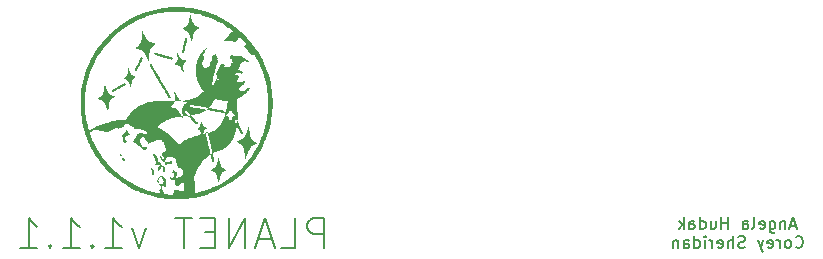
<source format=gbo>
%TF.GenerationSoftware,KiCad,Pcbnew,(6.0.11)*%
%TF.CreationDate,2023-04-10T14:51:40-04:00*%
%TF.ProjectId,IMU-pcb,494d552d-7063-4622-9e6b-696361645f70,rev?*%
%TF.SameCoordinates,Original*%
%TF.FileFunction,Legend,Bot*%
%TF.FilePolarity,Positive*%
%FSLAX46Y46*%
G04 Gerber Fmt 4.6, Leading zero omitted, Abs format (unit mm)*
G04 Created by KiCad (PCBNEW (6.0.11)) date 2023-04-10 14:51:40*
%MOMM*%
%LPD*%
G01*
G04 APERTURE LIST*
%ADD10C,0.150000*%
G04 APERTURE END LIST*
D10*
X176252380Y-107061666D02*
X175776190Y-107061666D01*
X176347619Y-107347380D02*
X176014285Y-106347380D01*
X175680952Y-107347380D01*
X175347619Y-106680714D02*
X175347619Y-107347380D01*
X175347619Y-106775952D02*
X175300000Y-106728333D01*
X175204761Y-106680714D01*
X175061904Y-106680714D01*
X174966666Y-106728333D01*
X174919047Y-106823571D01*
X174919047Y-107347380D01*
X174014285Y-106680714D02*
X174014285Y-107490238D01*
X174061904Y-107585476D01*
X174109523Y-107633095D01*
X174204761Y-107680714D01*
X174347619Y-107680714D01*
X174442857Y-107633095D01*
X174014285Y-107299761D02*
X174109523Y-107347380D01*
X174300000Y-107347380D01*
X174395238Y-107299761D01*
X174442857Y-107252142D01*
X174490476Y-107156904D01*
X174490476Y-106871190D01*
X174442857Y-106775952D01*
X174395238Y-106728333D01*
X174300000Y-106680714D01*
X174109523Y-106680714D01*
X174014285Y-106728333D01*
X173157142Y-107299761D02*
X173252380Y-107347380D01*
X173442857Y-107347380D01*
X173538095Y-107299761D01*
X173585714Y-107204523D01*
X173585714Y-106823571D01*
X173538095Y-106728333D01*
X173442857Y-106680714D01*
X173252380Y-106680714D01*
X173157142Y-106728333D01*
X173109523Y-106823571D01*
X173109523Y-106918809D01*
X173585714Y-107014047D01*
X172538095Y-107347380D02*
X172633333Y-107299761D01*
X172680952Y-107204523D01*
X172680952Y-106347380D01*
X171728571Y-107347380D02*
X171728571Y-106823571D01*
X171776190Y-106728333D01*
X171871428Y-106680714D01*
X172061904Y-106680714D01*
X172157142Y-106728333D01*
X171728571Y-107299761D02*
X171823809Y-107347380D01*
X172061904Y-107347380D01*
X172157142Y-107299761D01*
X172204761Y-107204523D01*
X172204761Y-107109285D01*
X172157142Y-107014047D01*
X172061904Y-106966428D01*
X171823809Y-106966428D01*
X171728571Y-106918809D01*
X170490476Y-107347380D02*
X170490476Y-106347380D01*
X170490476Y-106823571D02*
X169919047Y-106823571D01*
X169919047Y-107347380D02*
X169919047Y-106347380D01*
X169014285Y-106680714D02*
X169014285Y-107347380D01*
X169442857Y-106680714D02*
X169442857Y-107204523D01*
X169395238Y-107299761D01*
X169300000Y-107347380D01*
X169157142Y-107347380D01*
X169061904Y-107299761D01*
X169014285Y-107252142D01*
X168109523Y-107347380D02*
X168109523Y-106347380D01*
X168109523Y-107299761D02*
X168204761Y-107347380D01*
X168395238Y-107347380D01*
X168490476Y-107299761D01*
X168538095Y-107252142D01*
X168585714Y-107156904D01*
X168585714Y-106871190D01*
X168538095Y-106775952D01*
X168490476Y-106728333D01*
X168395238Y-106680714D01*
X168204761Y-106680714D01*
X168109523Y-106728333D01*
X167204761Y-107347380D02*
X167204761Y-106823571D01*
X167252380Y-106728333D01*
X167347619Y-106680714D01*
X167538095Y-106680714D01*
X167633333Y-106728333D01*
X167204761Y-107299761D02*
X167300000Y-107347380D01*
X167538095Y-107347380D01*
X167633333Y-107299761D01*
X167680952Y-107204523D01*
X167680952Y-107109285D01*
X167633333Y-107014047D01*
X167538095Y-106966428D01*
X167300000Y-106966428D01*
X167204761Y-106918809D01*
X166728571Y-107347380D02*
X166728571Y-106347380D01*
X166633333Y-106966428D02*
X166347619Y-107347380D01*
X166347619Y-106680714D02*
X166728571Y-107061666D01*
X176204761Y-108862142D02*
X176252380Y-108909761D01*
X176395238Y-108957380D01*
X176490476Y-108957380D01*
X176633333Y-108909761D01*
X176728571Y-108814523D01*
X176776190Y-108719285D01*
X176823809Y-108528809D01*
X176823809Y-108385952D01*
X176776190Y-108195476D01*
X176728571Y-108100238D01*
X176633333Y-108005000D01*
X176490476Y-107957380D01*
X176395238Y-107957380D01*
X176252380Y-108005000D01*
X176204761Y-108052619D01*
X175633333Y-108957380D02*
X175728571Y-108909761D01*
X175776190Y-108862142D01*
X175823809Y-108766904D01*
X175823809Y-108481190D01*
X175776190Y-108385952D01*
X175728571Y-108338333D01*
X175633333Y-108290714D01*
X175490476Y-108290714D01*
X175395238Y-108338333D01*
X175347619Y-108385952D01*
X175300000Y-108481190D01*
X175300000Y-108766904D01*
X175347619Y-108862142D01*
X175395238Y-108909761D01*
X175490476Y-108957380D01*
X175633333Y-108957380D01*
X174871428Y-108957380D02*
X174871428Y-108290714D01*
X174871428Y-108481190D02*
X174823809Y-108385952D01*
X174776190Y-108338333D01*
X174680952Y-108290714D01*
X174585714Y-108290714D01*
X173871428Y-108909761D02*
X173966666Y-108957380D01*
X174157142Y-108957380D01*
X174252380Y-108909761D01*
X174300000Y-108814523D01*
X174300000Y-108433571D01*
X174252380Y-108338333D01*
X174157142Y-108290714D01*
X173966666Y-108290714D01*
X173871428Y-108338333D01*
X173823809Y-108433571D01*
X173823809Y-108528809D01*
X174300000Y-108624047D01*
X173490476Y-108290714D02*
X173252380Y-108957380D01*
X173014285Y-108290714D02*
X173252380Y-108957380D01*
X173347619Y-109195476D01*
X173395238Y-109243095D01*
X173490476Y-109290714D01*
X171919047Y-108909761D02*
X171776190Y-108957380D01*
X171538095Y-108957380D01*
X171442857Y-108909761D01*
X171395238Y-108862142D01*
X171347619Y-108766904D01*
X171347619Y-108671666D01*
X171395238Y-108576428D01*
X171442857Y-108528809D01*
X171538095Y-108481190D01*
X171728571Y-108433571D01*
X171823809Y-108385952D01*
X171871428Y-108338333D01*
X171919047Y-108243095D01*
X171919047Y-108147857D01*
X171871428Y-108052619D01*
X171823809Y-108005000D01*
X171728571Y-107957380D01*
X171490476Y-107957380D01*
X171347619Y-108005000D01*
X170919047Y-108957380D02*
X170919047Y-107957380D01*
X170490476Y-108957380D02*
X170490476Y-108433571D01*
X170538095Y-108338333D01*
X170633333Y-108290714D01*
X170776190Y-108290714D01*
X170871428Y-108338333D01*
X170919047Y-108385952D01*
X169633333Y-108909761D02*
X169728571Y-108957380D01*
X169919047Y-108957380D01*
X170014285Y-108909761D01*
X170061904Y-108814523D01*
X170061904Y-108433571D01*
X170014285Y-108338333D01*
X169919047Y-108290714D01*
X169728571Y-108290714D01*
X169633333Y-108338333D01*
X169585714Y-108433571D01*
X169585714Y-108528809D01*
X170061904Y-108624047D01*
X169157142Y-108957380D02*
X169157142Y-108290714D01*
X169157142Y-108481190D02*
X169109523Y-108385952D01*
X169061904Y-108338333D01*
X168966666Y-108290714D01*
X168871428Y-108290714D01*
X168538095Y-108957380D02*
X168538095Y-108290714D01*
X168538095Y-107957380D02*
X168585714Y-108005000D01*
X168538095Y-108052619D01*
X168490476Y-108005000D01*
X168538095Y-107957380D01*
X168538095Y-108052619D01*
X167633333Y-108957380D02*
X167633333Y-107957380D01*
X167633333Y-108909761D02*
X167728571Y-108957380D01*
X167919047Y-108957380D01*
X168014285Y-108909761D01*
X168061904Y-108862142D01*
X168109523Y-108766904D01*
X168109523Y-108481190D01*
X168061904Y-108385952D01*
X168014285Y-108338333D01*
X167919047Y-108290714D01*
X167728571Y-108290714D01*
X167633333Y-108338333D01*
X166728571Y-108957380D02*
X166728571Y-108433571D01*
X166776190Y-108338333D01*
X166871428Y-108290714D01*
X167061904Y-108290714D01*
X167157142Y-108338333D01*
X166728571Y-108909761D02*
X166823809Y-108957380D01*
X167061904Y-108957380D01*
X167157142Y-108909761D01*
X167204761Y-108814523D01*
X167204761Y-108719285D01*
X167157142Y-108624047D01*
X167061904Y-108576428D01*
X166823809Y-108576428D01*
X166728571Y-108528809D01*
X166252380Y-108290714D02*
X166252380Y-108957380D01*
X166252380Y-108385952D02*
X166204761Y-108338333D01*
X166109523Y-108290714D01*
X165966666Y-108290714D01*
X165871428Y-108338333D01*
X165823809Y-108433571D01*
X165823809Y-108957380D01*
X136297619Y-108930952D02*
X136297619Y-106430952D01*
X135345238Y-106430952D01*
X135107142Y-106550000D01*
X134988095Y-106669047D01*
X134869047Y-106907142D01*
X134869047Y-107264285D01*
X134988095Y-107502380D01*
X135107142Y-107621428D01*
X135345238Y-107740476D01*
X136297619Y-107740476D01*
X132607142Y-108930952D02*
X133797619Y-108930952D01*
X133797619Y-106430952D01*
X131892857Y-108216666D02*
X130702380Y-108216666D01*
X132130952Y-108930952D02*
X131297619Y-106430952D01*
X130464285Y-108930952D01*
X129630952Y-108930952D02*
X129630952Y-106430952D01*
X128202380Y-108930952D01*
X128202380Y-106430952D01*
X127011904Y-107621428D02*
X126178571Y-107621428D01*
X125821428Y-108930952D02*
X127011904Y-108930952D01*
X127011904Y-106430952D01*
X125821428Y-106430952D01*
X125107142Y-106430952D02*
X123678571Y-106430952D01*
X124392857Y-108930952D02*
X124392857Y-106430952D01*
X121178571Y-107264285D02*
X120583333Y-108930952D01*
X119988095Y-107264285D01*
X117726190Y-108930952D02*
X119154761Y-108930952D01*
X118440476Y-108930952D02*
X118440476Y-106430952D01*
X118678571Y-106788095D01*
X118916666Y-107026190D01*
X119154761Y-107145238D01*
X116654761Y-108692857D02*
X116535714Y-108811904D01*
X116654761Y-108930952D01*
X116773809Y-108811904D01*
X116654761Y-108692857D01*
X116654761Y-108930952D01*
X114154761Y-108930952D02*
X115583333Y-108930952D01*
X114869047Y-108930952D02*
X114869047Y-106430952D01*
X115107142Y-106788095D01*
X115345238Y-107026190D01*
X115583333Y-107145238D01*
X113083333Y-108692857D02*
X112964285Y-108811904D01*
X113083333Y-108930952D01*
X113202380Y-108811904D01*
X113083333Y-108692857D01*
X113083333Y-108930952D01*
X110583333Y-108930952D02*
X112011904Y-108930952D01*
X111297619Y-108930952D02*
X111297619Y-106430952D01*
X111535714Y-106788095D01*
X111773809Y-107026190D01*
X112011904Y-107145238D01*
%TO.C,*%
G36*
X131928877Y-97140561D02*
G01*
X131912362Y-97393134D01*
X131880319Y-97706517D01*
X131831413Y-98045374D01*
X131768038Y-98381823D01*
X131690387Y-98715303D01*
X131598656Y-99045254D01*
X131493042Y-99371117D01*
X131373740Y-99692332D01*
X131240945Y-100008340D01*
X131094853Y-100318579D01*
X130935660Y-100622492D01*
X130763562Y-100919517D01*
X130578753Y-101209096D01*
X130510457Y-101309923D01*
X130385401Y-101487609D01*
X130260120Y-101656136D01*
X130132437Y-101818153D01*
X130000170Y-101976308D01*
X129861141Y-102133248D01*
X129713170Y-102291622D01*
X129554078Y-102454078D01*
X129465569Y-102541614D01*
X129305649Y-102694422D01*
X129148379Y-102837287D01*
X128991111Y-102972389D01*
X128831197Y-103101907D01*
X128665988Y-103228021D01*
X128492837Y-103352909D01*
X128309096Y-103478752D01*
X128182720Y-103561558D01*
X127891488Y-103739753D01*
X127592967Y-103905376D01*
X127287779Y-104058216D01*
X126976549Y-104198060D01*
X126659901Y-104324698D01*
X126338459Y-104437917D01*
X126012846Y-104537506D01*
X125683688Y-104623253D01*
X125351607Y-104694947D01*
X125017229Y-104752376D01*
X124681176Y-104795328D01*
X124344073Y-104823592D01*
X124312165Y-104825566D01*
X124267166Y-104828356D01*
X124226592Y-104830879D01*
X124193926Y-104832918D01*
X124172653Y-104834257D01*
X124155705Y-104835071D01*
X124117653Y-104836041D01*
X124067757Y-104836624D01*
X124007895Y-104836847D01*
X123939947Y-104836735D01*
X123865792Y-104836316D01*
X123787309Y-104835613D01*
X123706378Y-104834654D01*
X123624878Y-104833464D01*
X123544688Y-104832068D01*
X123467687Y-104830493D01*
X123395756Y-104828765D01*
X123330772Y-104826909D01*
X123274616Y-104824951D01*
X123229167Y-104822918D01*
X123196303Y-104820834D01*
X123193367Y-104820596D01*
X122891737Y-104791520D01*
X122600295Y-104753936D01*
X122316696Y-104707372D01*
X122038592Y-104651356D01*
X121763638Y-104585416D01*
X121489487Y-104509079D01*
X121213791Y-104421873D01*
X121129533Y-104393289D01*
X120972322Y-104337568D01*
X120823095Y-104281150D01*
X120677864Y-104222394D01*
X120532641Y-104159660D01*
X120383436Y-104091307D01*
X120226262Y-104015695D01*
X120204448Y-104004959D01*
X120062032Y-103933470D01*
X119929842Y-103864379D01*
X119804444Y-103795716D01*
X119682403Y-103725513D01*
X119560286Y-103651803D01*
X119434658Y-103572615D01*
X119302084Y-103485982D01*
X119295428Y-103481563D01*
X119061486Y-103320507D01*
X118837592Y-103154739D01*
X118621316Y-102982250D01*
X118410227Y-102801032D01*
X118201897Y-102609074D01*
X117993895Y-102404369D01*
X117774261Y-102172659D01*
X117545398Y-101910658D01*
X117328399Y-101639767D01*
X117123470Y-101360269D01*
X116930818Y-101072448D01*
X116750648Y-100776584D01*
X116583167Y-100472961D01*
X116474528Y-100257871D01*
X116330108Y-99944182D01*
X116199310Y-99624946D01*
X116082305Y-99300721D01*
X116041655Y-99171065D01*
X116444930Y-99171065D01*
X116445206Y-99174918D01*
X116449099Y-99190365D01*
X116456346Y-99214692D01*
X116466057Y-99244796D01*
X116471337Y-99260164D01*
X116482707Y-99289423D01*
X116491737Y-99306875D01*
X116497792Y-99311193D01*
X116501469Y-99309712D01*
X116500208Y-99315257D01*
X116499874Y-99316030D01*
X116500411Y-99327559D01*
X116504875Y-99347393D01*
X116511996Y-99371740D01*
X116520501Y-99396812D01*
X116529115Y-99418817D01*
X116536567Y-99433966D01*
X116541584Y-99438467D01*
X116543934Y-99440143D01*
X116542585Y-99451331D01*
X116542355Y-99452229D01*
X116541535Y-99462648D01*
X116548158Y-99461369D01*
X116553683Y-99458886D01*
X116552424Y-99464246D01*
X116551161Y-99470416D01*
X116553300Y-99486374D01*
X116558958Y-99506072D01*
X116566478Y-99524928D01*
X116574204Y-99538365D01*
X116580479Y-99541803D01*
X116583511Y-99540699D01*
X116582134Y-99546396D01*
X116581662Y-99551106D01*
X116585420Y-99567986D01*
X116594074Y-99593312D01*
X116606632Y-99623941D01*
X116619133Y-99652450D01*
X116637569Y-99694673D01*
X116657195Y-99739775D01*
X116675432Y-99781837D01*
X116780741Y-100013592D01*
X116912781Y-100277594D01*
X117056646Y-100539891D01*
X117210888Y-100797854D01*
X117374057Y-101048855D01*
X117525720Y-101264534D01*
X117728119Y-101529808D01*
X117941563Y-101785893D01*
X118165558Y-102032422D01*
X118399612Y-102269029D01*
X118643232Y-102495347D01*
X118895924Y-102711009D01*
X119157194Y-102915651D01*
X119426550Y-103108904D01*
X119703499Y-103290402D01*
X119987546Y-103459780D01*
X120278200Y-103616670D01*
X120574966Y-103760706D01*
X120877351Y-103891522D01*
X121184863Y-104008751D01*
X121497007Y-104112027D01*
X121536496Y-104124124D01*
X121586395Y-104139442D01*
X121633852Y-104154043D01*
X121674931Y-104166714D01*
X121705693Y-104176245D01*
X121723836Y-104181696D01*
X121761602Y-104192374D01*
X121807402Y-104204750D01*
X121858746Y-104218201D01*
X121913141Y-104232109D01*
X121968096Y-104245853D01*
X122021118Y-104258811D01*
X122069717Y-104270364D01*
X122111401Y-104279892D01*
X122143677Y-104286772D01*
X122164055Y-104290387D01*
X122180758Y-104292886D01*
X122213973Y-104298891D01*
X122246039Y-104305697D01*
X122281014Y-104313818D01*
X122322724Y-104323039D01*
X122353403Y-104328652D01*
X122375124Y-104330590D01*
X122389963Y-104328786D01*
X122399994Y-104323173D01*
X122407293Y-104313683D01*
X122413933Y-104300249D01*
X122426507Y-104257088D01*
X122426050Y-104210873D01*
X122412020Y-104166570D01*
X122384885Y-104126966D01*
X122382614Y-104124468D01*
X122365480Y-104103752D01*
X122351793Y-104084478D01*
X122348681Y-104079328D01*
X122345107Y-104070786D01*
X122345832Y-104061837D01*
X122352060Y-104049634D01*
X122364999Y-104031332D01*
X122385853Y-104004085D01*
X122389078Y-103999906D01*
X122420939Y-103958249D01*
X122444471Y-103925605D01*
X122460420Y-103899431D01*
X122469529Y-103877186D01*
X122472543Y-103856329D01*
X122470205Y-103834319D01*
X122463260Y-103808613D01*
X122452453Y-103776672D01*
X122449115Y-103766809D01*
X122437377Y-103728245D01*
X122427218Y-103689422D01*
X122420532Y-103657424D01*
X122411945Y-103605252D01*
X122345033Y-103542079D01*
X122341323Y-103538560D01*
X122300066Y-103496271D01*
X122270290Y-103458452D01*
X122250413Y-103422797D01*
X122238857Y-103386998D01*
X122238348Y-103384781D01*
X122230535Y-103366294D01*
X122215761Y-103352659D01*
X122191379Y-103342182D01*
X122154739Y-103333168D01*
X122132339Y-103327774D01*
X122114854Y-103321747D01*
X122108157Y-103316847D01*
X122110497Y-103306734D01*
X122119378Y-103285265D01*
X122133132Y-103257424D01*
X122136737Y-103250797D01*
X122265516Y-103250797D01*
X122267265Y-103268643D01*
X122270759Y-103290398D01*
X122271504Y-103294601D01*
X122282996Y-103339083D01*
X122300571Y-103386005D01*
X122322189Y-103431066D01*
X122345812Y-103469966D01*
X122369400Y-103498405D01*
X122402293Y-103522520D01*
X122448055Y-103541601D01*
X122491268Y-103552820D01*
X122524958Y-103556785D01*
X122547276Y-103553146D01*
X122557500Y-103541901D01*
X122562833Y-103532546D01*
X122579356Y-103526995D01*
X122587409Y-103525822D01*
X122600850Y-103516417D01*
X122615041Y-103495320D01*
X122622590Y-103483389D01*
X122642600Y-103457801D01*
X122664553Y-103435082D01*
X122687032Y-103409313D01*
X122707294Y-103375235D01*
X122721442Y-103339462D01*
X122726761Y-103307556D01*
X122724596Y-103298099D01*
X122714718Y-103278593D01*
X122699551Y-103257527D01*
X122689296Y-103244169D01*
X122669849Y-103213979D01*
X122654309Y-103184155D01*
X122630142Y-103129551D01*
X122606268Y-103077365D01*
X122586002Y-103036624D01*
X122568150Y-103006099D01*
X122551518Y-102984562D01*
X122534914Y-102970786D01*
X122517143Y-102963542D01*
X122497011Y-102961602D01*
X122473324Y-102963740D01*
X122444890Y-102968725D01*
X122420942Y-102974369D01*
X122395438Y-102984674D01*
X122374312Y-103000384D01*
X122355414Y-103023723D01*
X122336590Y-103056911D01*
X122315691Y-103102171D01*
X122305623Y-103125319D01*
X122288932Y-103164285D01*
X122277222Y-103193605D01*
X122269848Y-103215989D01*
X122266162Y-103234150D01*
X122265516Y-103250797D01*
X122136737Y-103250797D01*
X122149885Y-103226624D01*
X122167763Y-103196280D01*
X122184893Y-103169806D01*
X122199399Y-103150616D01*
X122211673Y-103135168D01*
X122230092Y-103106018D01*
X122241348Y-103079812D01*
X122242745Y-103075101D01*
X122259055Y-103037288D01*
X122285510Y-102997394D01*
X122323209Y-102953964D01*
X122373251Y-102905547D01*
X122395559Y-102885569D01*
X122421263Y-102863920D01*
X122440244Y-102850345D01*
X122454727Y-102843318D01*
X122466934Y-102841314D01*
X122470736Y-102841635D01*
X122489595Y-102845597D01*
X122518103Y-102853268D01*
X122553053Y-102863622D01*
X122591238Y-102875634D01*
X122629452Y-102888279D01*
X122664490Y-102900531D01*
X122693144Y-102911364D01*
X122712209Y-102919754D01*
X122713887Y-102920758D01*
X122723833Y-102930652D01*
X122737174Y-102949656D01*
X122754588Y-102978892D01*
X122776751Y-103019484D01*
X122804340Y-103072553D01*
X122877472Y-103215526D01*
X122861741Y-103236804D01*
X122852210Y-103251937D01*
X122847508Y-103269470D01*
X122851384Y-103288397D01*
X122862233Y-103307556D01*
X122864571Y-103311684D01*
X122887802Y-103342301D01*
X122929595Y-103394027D01*
X122902708Y-103453686D01*
X122898448Y-103463414D01*
X122886901Y-103492942D01*
X122878847Y-103518378D01*
X122875822Y-103535076D01*
X122881378Y-103557465D01*
X122898605Y-103578345D01*
X122924077Y-103590964D01*
X122928505Y-103592200D01*
X122937904Y-103597719D01*
X122942001Y-103609159D01*
X122942899Y-103630991D01*
X122942629Y-103641673D01*
X122938369Y-103664748D01*
X122927791Y-103679965D01*
X122921638Y-103686708D01*
X122907443Y-103705179D01*
X122889477Y-103730651D01*
X122870195Y-103759726D01*
X122860973Y-103774024D01*
X122844569Y-103798600D01*
X122832769Y-103813678D01*
X122823250Y-103821426D01*
X122813690Y-103824011D01*
X122801766Y-103823603D01*
X122797383Y-103823162D01*
X122782058Y-103819021D01*
X122770831Y-103808530D01*
X122759126Y-103787852D01*
X122754042Y-103777143D01*
X122744211Y-103753389D01*
X122738552Y-103735308D01*
X122730522Y-103719671D01*
X122708108Y-103703633D01*
X122676035Y-103692859D01*
X122644608Y-103693930D01*
X122617244Y-103708945D01*
X122608872Y-103716735D01*
X122601847Y-103726707D01*
X122597671Y-103740425D01*
X122595315Y-103761607D01*
X122593753Y-103793973D01*
X122592833Y-103815150D01*
X122590981Y-103839721D01*
X122588051Y-103854218D01*
X122583290Y-103861643D01*
X122575945Y-103865001D01*
X122572227Y-103866383D01*
X122565534Y-103873684D01*
X122563906Y-103887127D01*
X122567696Y-103907864D01*
X122577259Y-103937049D01*
X122592949Y-103975834D01*
X122615121Y-104025371D01*
X122644129Y-104086813D01*
X122648640Y-104096214D01*
X122671946Y-104145209D01*
X122689435Y-104183063D01*
X122701830Y-104211657D01*
X122709853Y-104232871D01*
X122714227Y-104248586D01*
X122715675Y-104260682D01*
X122714918Y-104271039D01*
X122714519Y-104275174D01*
X122715947Y-104296566D01*
X122720939Y-104323855D01*
X122728205Y-104351861D01*
X122736455Y-104375406D01*
X122744396Y-104389310D01*
X122745160Y-104389970D01*
X122747803Y-104391218D01*
X122753344Y-104392532D01*
X122763488Y-104394117D01*
X122779938Y-104396181D01*
X122804400Y-104398930D01*
X122838578Y-104402570D01*
X122884176Y-104407308D01*
X122942899Y-104413350D01*
X122946369Y-104413707D01*
X122996513Y-104418964D01*
X123045037Y-104424224D01*
X123088638Y-104429115D01*
X123124013Y-104433267D01*
X123147858Y-104436311D01*
X123174180Y-104439355D01*
X123211932Y-104442758D01*
X123254630Y-104445914D01*
X123297135Y-104448406D01*
X123394240Y-104453229D01*
X123478093Y-104355614D01*
X123500444Y-104329736D01*
X123526044Y-104300468D01*
X123547191Y-104276714D01*
X123562147Y-104260420D01*
X123569177Y-104253531D01*
X123571234Y-104251790D01*
X123576131Y-104237461D01*
X123575184Y-104215282D01*
X123568959Y-104189742D01*
X123558026Y-104165330D01*
X123553262Y-104156471D01*
X123542726Y-104130756D01*
X123537530Y-104108427D01*
X123537203Y-104095265D01*
X123542353Y-104081847D01*
X123557776Y-104071495D01*
X123578975Y-104063637D01*
X123615493Y-104059567D01*
X123651556Y-104064911D01*
X123681332Y-104079301D01*
X123687880Y-104084207D01*
X123702968Y-104093231D01*
X123716411Y-104094319D01*
X123735535Y-104088748D01*
X123744054Y-104085955D01*
X123777071Y-104078171D01*
X123814580Y-104074290D01*
X123859062Y-104074280D01*
X123912999Y-104078112D01*
X123978873Y-104085755D01*
X124000190Y-104088413D01*
X124047721Y-104093456D01*
X124093187Y-104097202D01*
X124132365Y-104099331D01*
X124161033Y-104099524D01*
X124220217Y-104097154D01*
X124236424Y-104143904D01*
X124248981Y-104175870D01*
X124263989Y-104201636D01*
X124280481Y-104215800D01*
X124299932Y-104220129D01*
X124301927Y-104220023D01*
X124320815Y-104212106D01*
X124343457Y-104193312D01*
X124367698Y-104166029D01*
X124391384Y-104132645D01*
X124412358Y-104095547D01*
X124422322Y-104073906D01*
X124429614Y-104052928D01*
X124434743Y-104029279D01*
X124438584Y-103998884D01*
X124442016Y-103957666D01*
X124444130Y-103922312D01*
X124445122Y-103820182D01*
X124438789Y-103721098D01*
X124425390Y-103630167D01*
X124421995Y-103612383D01*
X124416425Y-103579982D01*
X124412583Y-103553190D01*
X124411150Y-103536493D01*
X124411008Y-103531276D01*
X124406287Y-103500564D01*
X124396371Y-103467471D01*
X124383287Y-103437750D01*
X124369065Y-103417155D01*
X124364304Y-103412591D01*
X124351450Y-103403859D01*
X124335603Y-103400781D01*
X124310919Y-103401815D01*
X124294883Y-103403987D01*
X124249067Y-103417567D01*
X124202378Y-103440683D01*
X124159840Y-103471035D01*
X124147590Y-103482747D01*
X124125881Y-103506396D01*
X124101296Y-103535528D01*
X124077156Y-103566314D01*
X124069057Y-103576795D01*
X124042179Y-103608613D01*
X124012521Y-103640272D01*
X123982511Y-103669484D01*
X123954577Y-103693961D01*
X123931146Y-103711412D01*
X123914645Y-103719549D01*
X123906388Y-103718758D01*
X123886118Y-103713468D01*
X123857807Y-103704465D01*
X123824632Y-103692901D01*
X123789771Y-103679931D01*
X123756399Y-103666708D01*
X123727696Y-103654384D01*
X123706837Y-103644114D01*
X123681867Y-103624881D01*
X123663861Y-103600629D01*
X123659315Y-103590590D01*
X123656221Y-103580263D01*
X123654753Y-103567473D01*
X123654940Y-103549754D01*
X123656812Y-103524637D01*
X123660397Y-103489655D01*
X123665725Y-103442340D01*
X123669349Y-103409331D01*
X123673885Y-103363846D01*
X123677499Y-103322584D01*
X123679888Y-103289068D01*
X123680751Y-103266823D01*
X123680397Y-103247086D01*
X123677767Y-103228693D01*
X123670890Y-103215939D01*
X123657820Y-103203450D01*
X123652984Y-103199479D01*
X123638110Y-103188545D01*
X123629443Y-103184155D01*
X123625234Y-103181296D01*
X123614305Y-103169115D01*
X123600356Y-103150616D01*
X123594248Y-103142150D01*
X123580294Y-103126117D01*
X123567212Y-103118811D01*
X123550290Y-103117077D01*
X123532073Y-103119902D01*
X123503737Y-103129098D01*
X123472328Y-103143031D01*
X123433328Y-103160958D01*
X123387284Y-103176002D01*
X123349909Y-103179747D01*
X123320631Y-103172227D01*
X123298878Y-103153479D01*
X123294190Y-103144440D01*
X123286667Y-103121235D01*
X123277810Y-103085057D01*
X123267476Y-103035297D01*
X123255518Y-102971347D01*
X123251468Y-102948781D01*
X123243350Y-102903202D01*
X123236378Y-102863583D01*
X123230929Y-102832100D01*
X123227382Y-102810931D01*
X123226115Y-102802252D01*
X123226117Y-102802187D01*
X123232768Y-102798236D01*
X123248474Y-102796596D01*
X123259313Y-102797162D01*
X123268762Y-102802517D01*
X123270944Y-102817092D01*
X123271650Y-102829239D01*
X123277357Y-102863603D01*
X123287668Y-102904176D01*
X123301231Y-102946017D01*
X123316691Y-102984183D01*
X123339562Y-103033889D01*
X123366686Y-103029930D01*
X123394973Y-103025046D01*
X123443041Y-103013358D01*
X123486321Y-102998726D01*
X123521445Y-102982369D01*
X123545047Y-102965500D01*
X123545832Y-102964698D01*
X123561514Y-102939858D01*
X123572149Y-102905513D01*
X123576231Y-102866446D01*
X123579089Y-102849378D01*
X123593178Y-102831998D01*
X123594157Y-102831338D01*
X123602527Y-102823786D01*
X123607269Y-102812933D01*
X123609350Y-102794917D01*
X123609738Y-102765875D01*
X123608188Y-102727335D01*
X123602204Y-102694073D01*
X123589868Y-102665292D01*
X123569252Y-102636610D01*
X123538431Y-102603647D01*
X123518889Y-102584599D01*
X123492237Y-102561878D01*
X123470088Y-102549429D01*
X123449425Y-102546414D01*
X123427231Y-102551997D01*
X123400489Y-102565340D01*
X123379947Y-102576049D01*
X123361122Y-102583985D01*
X123350749Y-102585979D01*
X123351703Y-102580716D01*
X123361166Y-102566772D01*
X123377753Y-102546444D01*
X123399750Y-102521968D01*
X123403593Y-102517849D01*
X123433316Y-102484964D01*
X123454227Y-102459042D01*
X123468208Y-102437190D01*
X123477140Y-102416518D01*
X123482904Y-102394131D01*
X123486763Y-102375538D01*
X123492047Y-102355018D01*
X123496880Y-102344758D01*
X123502301Y-102341960D01*
X123503068Y-102342107D01*
X123513072Y-102348286D01*
X123530171Y-102361742D01*
X123551147Y-102379971D01*
X123578783Y-102403739D01*
X123633632Y-102443746D01*
X123687018Y-102473510D01*
X123737072Y-102492073D01*
X123781923Y-102498474D01*
X123799097Y-102500951D01*
X123810691Y-102511068D01*
X123811149Y-102512861D01*
X123812874Y-102527767D01*
X123814764Y-102554460D01*
X123816684Y-102590531D01*
X123818502Y-102633576D01*
X123820085Y-102681185D01*
X123824645Y-102838709D01*
X123776921Y-102851992D01*
X123753832Y-102858736D01*
X123730796Y-102867459D01*
X123717740Y-102876962D01*
X123711934Y-102889529D01*
X123710652Y-102907441D01*
X123710969Y-102913974D01*
X123713743Y-102935311D01*
X123718524Y-102961045D01*
X123724267Y-102986390D01*
X123729930Y-103006559D01*
X123734470Y-103016767D01*
X123734547Y-103016817D01*
X123743013Y-103015904D01*
X123762898Y-103011951D01*
X123791336Y-103005566D01*
X123825462Y-102997363D01*
X123859210Y-102989632D01*
X123897044Y-102982291D01*
X123929676Y-102977306D01*
X123952519Y-102975469D01*
X123970960Y-102974766D01*
X124007247Y-102969234D01*
X124047526Y-102957481D01*
X124094476Y-102938649D01*
X124150777Y-102911876D01*
X124166499Y-102903921D01*
X124212631Y-102878951D01*
X124247315Y-102855890D01*
X124272438Y-102831998D01*
X124289885Y-102804535D01*
X124301543Y-102770764D01*
X124309297Y-102727945D01*
X124315034Y-102673338D01*
X124316949Y-102648095D01*
X124319417Y-102594008D01*
X124319993Y-102539454D01*
X124318778Y-102487494D01*
X124315871Y-102441190D01*
X124311374Y-102403603D01*
X124305385Y-102377796D01*
X124301862Y-102370853D01*
X124287460Y-102351439D01*
X124265065Y-102326096D01*
X124237049Y-102297098D01*
X124205786Y-102266720D01*
X124173650Y-102237237D01*
X124143013Y-102210921D01*
X124116248Y-102190048D01*
X124095730Y-102176891D01*
X124074933Y-102168976D01*
X124044844Y-102161356D01*
X124013081Y-102156169D01*
X124012763Y-102156133D01*
X123982975Y-102151355D01*
X123956791Y-102144701D01*
X123939844Y-102137602D01*
X123932356Y-102130795D01*
X123918066Y-102111302D01*
X123904155Y-102086503D01*
X123893615Y-102061993D01*
X123889437Y-102043362D01*
X123888165Y-102037824D01*
X123882084Y-102020324D01*
X123872124Y-101994776D01*
X123859558Y-101964535D01*
X123831592Y-101895467D01*
X123798570Y-101804275D01*
X123768489Y-101710620D01*
X123742491Y-101618339D01*
X123721718Y-101531264D01*
X123707310Y-101453233D01*
X123704494Y-101435878D01*
X123698380Y-101404805D01*
X123692156Y-101380140D01*
X123686806Y-101366074D01*
X123685997Y-101364956D01*
X123672291Y-101354707D01*
X123644544Y-101340333D01*
X123602674Y-101321796D01*
X123546596Y-101299055D01*
X123537870Y-101295626D01*
X123484373Y-101274773D01*
X123442365Y-101258929D01*
X123409815Y-101247563D01*
X123384696Y-101240145D01*
X123364977Y-101236146D01*
X123348630Y-101235036D01*
X123333625Y-101236285D01*
X123317933Y-101239364D01*
X123303529Y-101241823D01*
X123270847Y-101244057D01*
X123239093Y-101242861D01*
X123215849Y-101241132D01*
X123194730Y-101242899D01*
X123179674Y-101249710D01*
X123167387Y-101255965D01*
X123136949Y-101260518D01*
X123095851Y-101256048D01*
X123043515Y-101242524D01*
X123033327Y-101239366D01*
X123007788Y-101231519D01*
X122989674Y-101226054D01*
X122982386Y-101224003D01*
X122980842Y-101226413D01*
X122974090Y-101239500D01*
X122963348Y-101261403D01*
X122950057Y-101289216D01*
X122937870Y-101315379D01*
X122895475Y-101412978D01*
X122859092Y-101507543D01*
X122830395Y-101594791D01*
X122820967Y-101625834D01*
X122811898Y-101652439D01*
X122804502Y-101668769D01*
X122797698Y-101677122D01*
X122790405Y-101679797D01*
X122767085Y-101680081D01*
X122737873Y-101673067D01*
X122709518Y-101655098D01*
X122701670Y-101649266D01*
X122677303Y-101634582D01*
X122655280Y-101625329D01*
X122634461Y-101617567D01*
X122613900Y-101604266D01*
X122594105Y-101584156D01*
X122573611Y-101555438D01*
X122550952Y-101516311D01*
X122524660Y-101464977D01*
X122501866Y-101419393D01*
X122481678Y-101381271D01*
X122465041Y-101353459D01*
X122450648Y-101334234D01*
X122437194Y-101321871D01*
X122423370Y-101314645D01*
X122407872Y-101310831D01*
X122392343Y-101306735D01*
X122363143Y-101287980D01*
X122340140Y-101256180D01*
X122336423Y-101246962D01*
X122338795Y-101236956D01*
X122352252Y-101225779D01*
X122352275Y-101225763D01*
X122369577Y-101215728D01*
X122395208Y-101203015D01*
X122423629Y-101190373D01*
X122447799Y-101180680D01*
X122465547Y-101175165D01*
X122475696Y-101175056D01*
X122481355Y-101179782D01*
X122483452Y-101183328D01*
X122492260Y-101198921D01*
X122506512Y-101224522D01*
X122525101Y-101258133D01*
X122546920Y-101297754D01*
X122570862Y-101341388D01*
X122584578Y-101366181D01*
X122607619Y-101406686D01*
X122628164Y-101441390D01*
X122645083Y-101468455D01*
X122657249Y-101486041D01*
X122663531Y-101492312D01*
X122668194Y-101489481D01*
X122676675Y-101475484D01*
X122684797Y-101453183D01*
X122694768Y-101418327D01*
X122712388Y-101355144D01*
X122725494Y-101305551D01*
X122734181Y-101269159D01*
X122738546Y-101245581D01*
X122738683Y-101234429D01*
X122737366Y-101232451D01*
X122725509Y-101223013D01*
X122704626Y-101210358D01*
X122678191Y-101196656D01*
X122671209Y-101193200D01*
X122643668Y-101177758D01*
X122621206Y-101162461D01*
X122608134Y-101150170D01*
X122599358Y-101136611D01*
X122582503Y-101106451D01*
X122565481Y-101072074D01*
X122551004Y-101039084D01*
X122541784Y-101013087D01*
X122539640Y-101004733D01*
X122537985Y-100988565D01*
X122542679Y-100973597D01*
X122555166Y-100953380D01*
X122566228Y-100934308D01*
X122580504Y-100903845D01*
X122592257Y-100872756D01*
X122607496Y-100834283D01*
X122626469Y-100806444D01*
X122649456Y-100791829D01*
X122677827Y-100789599D01*
X122712954Y-100798915D01*
X122729931Y-100804965D01*
X122751797Y-100811529D01*
X122765513Y-100814081D01*
X122765899Y-100814063D01*
X122776712Y-100807464D01*
X122792467Y-100791006D01*
X122810944Y-100767679D01*
X122829917Y-100740473D01*
X122847164Y-100712379D01*
X122860461Y-100686386D01*
X122871066Y-100658317D01*
X122878169Y-100625173D01*
X122879551Y-100588590D01*
X122875299Y-100545090D01*
X122865506Y-100491195D01*
X122862668Y-100477667D01*
X122854973Y-100443389D01*
X122848239Y-100419506D01*
X122841195Y-100402770D01*
X122832568Y-100389931D01*
X122821086Y-100377741D01*
X122815623Y-100372383D01*
X122807311Y-100363311D01*
X122800693Y-100353379D01*
X122795027Y-100340290D01*
X122789573Y-100321744D01*
X122783587Y-100295444D01*
X122776327Y-100259091D01*
X122767052Y-100210387D01*
X122757254Y-100165937D01*
X122731926Y-100088818D01*
X122696523Y-100019237D01*
X122649449Y-99954328D01*
X122589104Y-99891225D01*
X122563957Y-99869121D01*
X122534442Y-99848436D01*
X122508828Y-99837727D01*
X122489471Y-99832458D01*
X122437095Y-99815862D01*
X122380194Y-99795036D01*
X122378501Y-99794401D01*
X122349673Y-99787760D01*
X122311907Y-99784182D01*
X122270464Y-99783738D01*
X122230606Y-99786501D01*
X122197594Y-99792543D01*
X122194286Y-99793559D01*
X122175246Y-99800479D01*
X122145188Y-99812270D01*
X122106143Y-99828101D01*
X122060139Y-99847144D01*
X122009205Y-99868570D01*
X121955370Y-99891548D01*
X121939149Y-99898495D01*
X121885708Y-99921013D01*
X121835571Y-99941600D01*
X121790805Y-99959441D01*
X121753479Y-99973723D01*
X121725661Y-99983631D01*
X121709419Y-99988352D01*
X121701380Y-99990079D01*
X121677383Y-99997447D01*
X121649203Y-100009411D01*
X121614837Y-100026966D01*
X121572285Y-100051108D01*
X121519545Y-100082834D01*
X121502244Y-100093036D01*
X121475439Y-100107239D01*
X121454115Y-100116569D01*
X121441771Y-100119385D01*
X121434278Y-100115668D01*
X121419756Y-100100851D01*
X121404128Y-100077909D01*
X121392871Y-100060906D01*
X121374306Y-100038706D01*
X121357326Y-100024143D01*
X121349402Y-100018227D01*
X121330769Y-99997848D01*
X121314679Y-99972426D01*
X121314057Y-99971205D01*
X121295363Y-99941478D01*
X121275744Y-99924877D01*
X121253237Y-99919718D01*
X121250313Y-99919342D01*
X121241592Y-99912672D01*
X121232452Y-99895933D01*
X121221540Y-99866872D01*
X121209556Y-99835706D01*
X121184704Y-99784883D01*
X121154397Y-99734846D01*
X121120250Y-99687440D01*
X121083877Y-99644512D01*
X121046892Y-99607910D01*
X121010911Y-99579479D01*
X120977549Y-99561066D01*
X120948418Y-99554519D01*
X120944369Y-99554843D01*
X120922431Y-99562678D01*
X120894537Y-99579306D01*
X120863483Y-99602502D01*
X120832064Y-99630037D01*
X120803078Y-99659684D01*
X120779319Y-99689217D01*
X120747976Y-99733772D01*
X120709634Y-99729883D01*
X120700248Y-99729028D01*
X120679652Y-99729309D01*
X120668225Y-99736027D01*
X120663313Y-99751989D01*
X120662265Y-99780001D01*
X120663825Y-99793766D01*
X120670370Y-99822486D01*
X120681253Y-99860837D01*
X120695633Y-99906473D01*
X120712675Y-99957047D01*
X120731540Y-100010211D01*
X120751390Y-100063619D01*
X120771387Y-100114923D01*
X120790694Y-100161777D01*
X120808473Y-100201834D01*
X120823885Y-100232746D01*
X120844014Y-100266965D01*
X120877140Y-100315110D01*
X120912568Y-100358656D01*
X120947715Y-100394511D01*
X120979996Y-100419584D01*
X120980417Y-100419845D01*
X121017748Y-100435190D01*
X121064824Y-100442423D01*
X121118950Y-100441581D01*
X121177427Y-100432706D01*
X121237559Y-100415834D01*
X121287413Y-100398523D01*
X121341381Y-100479805D01*
X121315514Y-100511372D01*
X121306334Y-100522004D01*
X121264435Y-100561547D01*
X121215340Y-100597095D01*
X121165058Y-100624143D01*
X121144186Y-100633291D01*
X121113633Y-100646821D01*
X121088753Y-100657991D01*
X121079442Y-100661988D01*
X121058210Y-100669497D01*
X121043626Y-100672476D01*
X121043126Y-100672451D01*
X121031182Y-100666660D01*
X121013347Y-100652676D01*
X120993286Y-100633348D01*
X120985935Y-100625859D01*
X120962760Y-100603718D01*
X120932562Y-100576160D01*
X120898431Y-100545977D01*
X120863456Y-100515962D01*
X120854338Y-100508233D01*
X120814112Y-100473472D01*
X120771941Y-100436154D01*
X120732314Y-100400284D01*
X120699720Y-100369866D01*
X120698070Y-100368293D01*
X120668457Y-100341163D01*
X120639767Y-100316708D01*
X120615200Y-100297555D01*
X120597958Y-100286330D01*
X120591557Y-100282429D01*
X120571821Y-100267147D01*
X120545924Y-100244319D01*
X120516495Y-100216314D01*
X120486162Y-100185504D01*
X120470479Y-100169194D01*
X120442398Y-100140816D01*
X120417832Y-100117017D01*
X120398990Y-100099912D01*
X120388082Y-100091616D01*
X120386933Y-100091060D01*
X120366041Y-100086475D01*
X120339637Y-100087263D01*
X120330910Y-100088242D01*
X120317520Y-100088003D01*
X120302889Y-100084515D01*
X120284116Y-100076700D01*
X120258299Y-100063482D01*
X120222535Y-100043782D01*
X120192382Y-100026845D01*
X120164415Y-100009762D01*
X120146353Y-99994826D01*
X120136517Y-99979073D01*
X120133227Y-99959534D01*
X120134804Y-99933245D01*
X120139570Y-99897240D01*
X120140574Y-99890336D01*
X120147633Y-99857161D01*
X120159154Y-99828385D01*
X120178038Y-99796404D01*
X120190046Y-99777111D01*
X120211525Y-99737863D01*
X120228825Y-99699943D01*
X120240404Y-99666919D01*
X120244718Y-99642354D01*
X120249750Y-99624208D01*
X120266879Y-99611153D01*
X120295464Y-99606690D01*
X120303927Y-99606406D01*
X120334474Y-99600479D01*
X120358584Y-99588300D01*
X120372129Y-99571751D01*
X120375320Y-99557761D01*
X120378014Y-99532813D01*
X120379049Y-99504215D01*
X120381363Y-99468588D01*
X120389847Y-99435155D01*
X120406105Y-99403025D01*
X120431733Y-99369087D01*
X120468325Y-99330232D01*
X120493588Y-99306478D01*
X120547217Y-99265686D01*
X120604481Y-99235879D01*
X120669719Y-99214565D01*
X120700448Y-99208704D01*
X120761581Y-99205145D01*
X120830539Y-99209581D01*
X120904560Y-99221636D01*
X120980885Y-99240937D01*
X121056750Y-99267108D01*
X121074595Y-99274084D01*
X121109664Y-99287023D01*
X121135656Y-99294816D01*
X121155790Y-99298099D01*
X121173289Y-99297508D01*
X121191372Y-99293678D01*
X121225306Y-99279140D01*
X121257913Y-99250624D01*
X121284493Y-99208828D01*
X121295514Y-99182072D01*
X121298174Y-99157922D01*
X121289438Y-99136670D01*
X121268576Y-99113970D01*
X121226527Y-99080220D01*
X121170908Y-99044244D01*
X121108456Y-99010603D01*
X121042701Y-98980881D01*
X120977175Y-98956660D01*
X120915407Y-98939527D01*
X120860927Y-98931063D01*
X120831950Y-98927862D01*
X120800965Y-98922333D01*
X120777788Y-98915952D01*
X120760438Y-98910701D01*
X120725943Y-98903213D01*
X120681302Y-98895596D01*
X120629246Y-98888176D01*
X120572505Y-98881276D01*
X120513809Y-98875223D01*
X120455888Y-98870341D01*
X120401473Y-98866957D01*
X120353294Y-98865394D01*
X120234376Y-98863930D01*
X120196243Y-98802815D01*
X120158111Y-98741700D01*
X120100130Y-98706779D01*
X122166625Y-98706779D01*
X122269683Y-98760614D01*
X122290726Y-98771673D01*
X122512494Y-98896194D01*
X122732598Y-99034082D01*
X122949263Y-99183933D01*
X123160711Y-99344343D01*
X123365166Y-99513910D01*
X123560850Y-99691229D01*
X123745989Y-99874896D01*
X123918804Y-100063509D01*
X124026429Y-100187048D01*
X124077996Y-100140956D01*
X124109972Y-100112885D01*
X124195904Y-100042668D01*
X124285303Y-99977531D01*
X124381895Y-99914856D01*
X124489407Y-99852026D01*
X124567653Y-99810078D01*
X124696090Y-99747350D01*
X124837342Y-99684901D01*
X124990163Y-99623188D01*
X125153307Y-99562666D01*
X125325525Y-99503792D01*
X125505570Y-99447023D01*
X125692197Y-99392814D01*
X125884158Y-99341623D01*
X125908311Y-99335062D01*
X125919121Y-99331097D01*
X125946479Y-99331097D01*
X125946514Y-99331451D01*
X125949617Y-99341644D01*
X125957017Y-99362554D01*
X125967685Y-99391342D01*
X125980592Y-99425170D01*
X125982258Y-99429475D01*
X125995177Y-99462496D01*
X126006094Y-99489780D01*
X126013901Y-99508599D01*
X126017494Y-99516222D01*
X126018137Y-99516610D01*
X126020818Y-99513156D01*
X126024057Y-99500766D01*
X126028127Y-99477968D01*
X126033298Y-99443295D01*
X126039843Y-99395277D01*
X126039873Y-99395049D01*
X126044166Y-99360536D01*
X126047204Y-99331806D01*
X126048708Y-99311850D01*
X126048399Y-99303661D01*
X126047028Y-99303136D01*
X126035102Y-99304071D01*
X126015228Y-99308115D01*
X125991917Y-99314054D01*
X125969681Y-99320673D01*
X125953032Y-99326759D01*
X125946479Y-99331097D01*
X125919121Y-99331097D01*
X125925217Y-99328861D01*
X125931901Y-99323086D01*
X125930751Y-99316448D01*
X125929878Y-99314750D01*
X125923659Y-99300536D01*
X125913652Y-99276093D01*
X125901038Y-99244342D01*
X125886998Y-99208207D01*
X125874079Y-99175768D01*
X125847831Y-99117860D01*
X125822130Y-99072763D01*
X125796151Y-99039130D01*
X125769068Y-99015613D01*
X125761745Y-99011102D01*
X125739358Y-98998928D01*
X125708105Y-98983090D01*
X125671077Y-98965136D01*
X125631362Y-98946613D01*
X125605763Y-98934734D01*
X125572447Y-98918653D01*
X125546122Y-98905183D01*
X125529001Y-98895469D01*
X125523293Y-98890656D01*
X125527831Y-98886041D01*
X125542527Y-98873492D01*
X125565474Y-98854788D01*
X125594722Y-98831515D01*
X125628320Y-98805258D01*
X125638117Y-98797639D01*
X125679396Y-98764611D01*
X125710756Y-98737265D01*
X125734207Y-98713370D01*
X125751760Y-98690697D01*
X125765423Y-98667017D01*
X125777207Y-98640101D01*
X125781717Y-98625410D01*
X125788189Y-98596239D01*
X125795806Y-98554267D01*
X125804635Y-98499087D01*
X125814740Y-98430292D01*
X125826184Y-98347477D01*
X125839033Y-98250235D01*
X125840339Y-98240323D01*
X125845479Y-98204124D01*
X125850316Y-98174023D01*
X125854359Y-98152920D01*
X125857114Y-98143716D01*
X125857573Y-98143733D01*
X125862540Y-98151920D01*
X125871875Y-98171987D01*
X125884871Y-98202255D01*
X125900820Y-98241048D01*
X125919017Y-98286688D01*
X125938753Y-98337495D01*
X125940158Y-98341155D01*
X125961028Y-98394925D01*
X125981299Y-98446140D01*
X126000040Y-98492521D01*
X126016319Y-98531788D01*
X126029207Y-98561663D01*
X126037772Y-98579868D01*
X126042944Y-98589585D01*
X126055692Y-98611623D01*
X126069108Y-98630630D01*
X126084820Y-98647725D01*
X126104454Y-98664026D01*
X126129637Y-98680650D01*
X126161996Y-98698715D01*
X126203158Y-98719340D01*
X126254749Y-98743643D01*
X126318396Y-98772742D01*
X126366106Y-98794395D01*
X126303490Y-98843030D01*
X126277805Y-98863006D01*
X126234848Y-98896681D01*
X126201445Y-98923512D01*
X126176073Y-98944964D01*
X126157204Y-98962501D01*
X126143314Y-98977588D01*
X126132876Y-98991690D01*
X126124365Y-99006272D01*
X126116256Y-99022799D01*
X126112710Y-99031115D01*
X126103725Y-99057866D01*
X126094737Y-99091425D01*
X126086200Y-99129132D01*
X126078570Y-99168331D01*
X126072301Y-99206362D01*
X126067847Y-99240569D01*
X126065664Y-99268293D01*
X126066205Y-99286877D01*
X126069926Y-99293662D01*
X126071129Y-99293572D01*
X126084422Y-99291225D01*
X126108540Y-99286171D01*
X126140500Y-99279053D01*
X126177317Y-99270514D01*
X126186991Y-99268252D01*
X126222050Y-99260475D01*
X126250960Y-99254706D01*
X126270949Y-99251469D01*
X126279241Y-99251287D01*
X126280399Y-99255193D01*
X126284696Y-99272519D01*
X126291919Y-99302861D01*
X126294024Y-99311850D01*
X126301865Y-99345324D01*
X126314326Y-99399013D01*
X126329098Y-99463033D01*
X126345975Y-99536488D01*
X126364751Y-99618484D01*
X126385221Y-99708124D01*
X126407179Y-99804515D01*
X126430420Y-99906759D01*
X126454738Y-100013964D01*
X126479928Y-100125233D01*
X126497821Y-100204322D01*
X126522369Y-100312731D01*
X126545872Y-100416415D01*
X126568126Y-100514479D01*
X126588927Y-100606032D01*
X126608073Y-100690181D01*
X126625359Y-100766036D01*
X126640583Y-100832703D01*
X126653541Y-100889290D01*
X126664031Y-100934906D01*
X126671847Y-100968658D01*
X126676788Y-100989654D01*
X126678649Y-100997002D01*
X126681196Y-100996412D01*
X126694032Y-100990291D01*
X126714922Y-100979145D01*
X126740857Y-100964708D01*
X126768826Y-100948709D01*
X126795819Y-100932880D01*
X126818827Y-100918951D01*
X126834839Y-100908655D01*
X126840845Y-100903722D01*
X126840786Y-100903190D01*
X126838570Y-100892088D01*
X126833339Y-100867840D01*
X126825345Y-100831555D01*
X126814840Y-100784339D01*
X126802076Y-100727300D01*
X126787305Y-100661545D01*
X126770778Y-100588183D01*
X126752748Y-100508319D01*
X126733466Y-100423062D01*
X126713184Y-100333520D01*
X126692155Y-100240799D01*
X126670629Y-100146006D01*
X126648860Y-100050250D01*
X126627098Y-99954638D01*
X126605596Y-99860277D01*
X126584605Y-99768275D01*
X126564378Y-99679739D01*
X126545166Y-99595776D01*
X126527221Y-99517494D01*
X126510796Y-99446001D01*
X126496141Y-99382403D01*
X126483510Y-99327808D01*
X126473152Y-99283324D01*
X126465322Y-99250058D01*
X126460270Y-99229117D01*
X126458249Y-99221609D01*
X126450804Y-99221085D01*
X126431465Y-99222897D01*
X126403419Y-99226826D01*
X126369756Y-99232490D01*
X126338740Y-99237607D01*
X126309623Y-99241360D01*
X126288775Y-99242841D01*
X126279369Y-99241725D01*
X126278011Y-99231846D01*
X126284192Y-99214982D01*
X126295886Y-99195833D01*
X126310840Y-99178898D01*
X126316589Y-99174418D01*
X126343078Y-99163498D01*
X126375207Y-99160195D01*
X126408145Y-99164086D01*
X126437064Y-99174746D01*
X126457132Y-99191751D01*
X126462185Y-99198385D01*
X126468632Y-99202612D01*
X126479033Y-99203158D01*
X126496908Y-99200115D01*
X126525776Y-99193577D01*
X126617388Y-99168373D01*
X126723849Y-99130568D01*
X126830609Y-99084400D01*
X126933204Y-99031817D01*
X127027172Y-98974765D01*
X127109663Y-98915909D01*
X127227027Y-98817192D01*
X127337922Y-98705281D01*
X127442252Y-98580363D01*
X127539927Y-98442621D01*
X127630851Y-98292240D01*
X127714934Y-98129406D01*
X127792080Y-97954304D01*
X127862198Y-97767117D01*
X127883527Y-97699712D01*
X127959004Y-97699712D01*
X127961544Y-97702328D01*
X127974679Y-97711758D01*
X127997107Y-97726499D01*
X128026688Y-97745157D01*
X128061282Y-97766337D01*
X128080083Y-97777873D01*
X128116418Y-97801164D01*
X128148693Y-97823101D01*
X128173962Y-97841649D01*
X128189275Y-97854770D01*
X128190655Y-97856221D01*
X128204577Y-97872910D01*
X128217472Y-97892968D01*
X128229926Y-97917999D01*
X128242526Y-97949604D01*
X128255859Y-97989384D01*
X128270513Y-98038943D01*
X128287073Y-98099882D01*
X128306126Y-98173803D01*
X128308275Y-98182275D01*
X128321577Y-98234119D01*
X128333770Y-98280638D01*
X128344356Y-98320003D01*
X128352836Y-98350387D01*
X128358713Y-98369961D01*
X128361487Y-98376899D01*
X128361903Y-98376374D01*
X128365591Y-98365836D01*
X128372300Y-98343126D01*
X128381538Y-98310034D01*
X128392811Y-98268352D01*
X128405624Y-98219873D01*
X128419485Y-98166388D01*
X128421553Y-98158356D01*
X128436196Y-98102773D01*
X128450535Y-98050414D01*
X128463915Y-98003527D01*
X128475681Y-97964364D01*
X128485178Y-97935171D01*
X128491752Y-97918200D01*
X128505822Y-97892904D01*
X128523602Y-97869331D01*
X128546835Y-97846248D01*
X128577512Y-97821909D01*
X128617621Y-97794565D01*
X128669155Y-97762470D01*
X128772084Y-97700167D01*
X128670182Y-97638851D01*
X128651629Y-97627577D01*
X128615490Y-97604995D01*
X128583415Y-97584172D01*
X128558335Y-97567032D01*
X128543184Y-97555501D01*
X128541029Y-97553571D01*
X128526341Y-97537970D01*
X128512599Y-97518225D01*
X128499230Y-97492843D01*
X128485663Y-97460333D01*
X128471325Y-97419202D01*
X128455643Y-97367959D01*
X128438045Y-97305111D01*
X128417957Y-97229166D01*
X128413175Y-97210829D01*
X128399466Y-97159442D01*
X128386945Y-97114201D01*
X128376102Y-97076768D01*
X128367429Y-97048805D01*
X128361415Y-97031973D01*
X128358552Y-97027934D01*
X128358380Y-97028415D01*
X128355037Y-97039969D01*
X128348583Y-97063763D01*
X128339535Y-97097839D01*
X128328411Y-97140236D01*
X128315728Y-97188996D01*
X128302003Y-97242160D01*
X128284344Y-97309721D01*
X128268383Y-97367811D01*
X128254346Y-97414780D01*
X128241584Y-97452382D01*
X128229448Y-97482376D01*
X128217286Y-97506519D01*
X128204451Y-97526567D01*
X128190291Y-97544277D01*
X128183847Y-97550495D01*
X128163864Y-97566253D01*
X128135327Y-97586405D01*
X128101033Y-97609010D01*
X128063776Y-97632126D01*
X128039183Y-97647038D01*
X128007357Y-97666771D01*
X127981963Y-97683045D01*
X127965134Y-97694484D01*
X127959004Y-97699712D01*
X127883527Y-97699712D01*
X127925194Y-97568032D01*
X127980976Y-97357233D01*
X128029450Y-97134904D01*
X128070522Y-96901232D01*
X128074026Y-96878473D01*
X128083236Y-96815722D01*
X128091827Y-96753145D01*
X128099508Y-96693167D01*
X128105988Y-96638210D01*
X128110976Y-96590700D01*
X128114183Y-96553059D01*
X128115316Y-96527712D01*
X128115317Y-96485852D01*
X127919674Y-96481564D01*
X127906962Y-96481273D01*
X127807610Y-96477961D01*
X127719102Y-96472765D01*
X127637864Y-96465214D01*
X127560320Y-96454841D01*
X127482897Y-96441176D01*
X127402020Y-96423750D01*
X127314114Y-96402093D01*
X127304658Y-96399624D01*
X127257026Y-96386564D01*
X127208181Y-96372299D01*
X127163356Y-96358395D01*
X127127788Y-96346415D01*
X127122634Y-96344570D01*
X127088986Y-96333134D01*
X127066645Y-96327045D01*
X127053484Y-96325845D01*
X127047375Y-96329074D01*
X127044433Y-96333800D01*
X126977831Y-96440115D01*
X126917570Y-96534816D01*
X126875616Y-96599384D01*
X126862724Y-96619225D01*
X126812360Y-96694662D01*
X126765552Y-96762448D01*
X126721368Y-96823905D01*
X126678881Y-96880354D01*
X126637160Y-96933116D01*
X126595276Y-96983511D01*
X126552300Y-97032861D01*
X126504817Y-97086233D01*
X126525633Y-97090744D01*
X126528839Y-97091375D01*
X126545856Y-97094529D01*
X126551251Y-97095511D01*
X126575872Y-97099993D01*
X126617751Y-97107563D01*
X126670356Y-97117035D01*
X126732551Y-97128205D01*
X126803201Y-97140869D01*
X126881170Y-97154824D01*
X126965321Y-97169866D01*
X127054518Y-97185790D01*
X127147626Y-97202393D01*
X127184031Y-97208889D01*
X127305127Y-97230634D01*
X127411783Y-97250019D01*
X127504208Y-97267086D01*
X127582613Y-97281873D01*
X127647208Y-97294423D01*
X127698204Y-97304775D01*
X127735811Y-97312971D01*
X127760239Y-97319051D01*
X127771699Y-97323056D01*
X127781378Y-97329587D01*
X127803705Y-97354728D01*
X127814639Y-97384883D01*
X127814537Y-97417021D01*
X127803752Y-97448106D01*
X127782641Y-97475106D01*
X127751559Y-97494987D01*
X127748587Y-97496091D01*
X127742864Y-97497390D01*
X127735059Y-97498032D01*
X127724274Y-97497875D01*
X127709610Y-97496780D01*
X127690166Y-97494602D01*
X127665045Y-97491203D01*
X127633346Y-97486439D01*
X127594170Y-97480169D01*
X127546619Y-97472252D01*
X127489792Y-97462546D01*
X127422791Y-97450909D01*
X127344716Y-97437201D01*
X127254667Y-97421280D01*
X127151747Y-97403003D01*
X127035055Y-97382230D01*
X127009097Y-97377608D01*
X126910275Y-97360043D01*
X126815727Y-97343291D01*
X126726495Y-97327531D01*
X126643617Y-97312946D01*
X126568133Y-97299717D01*
X126501083Y-97288025D01*
X126443508Y-97278052D01*
X126396446Y-97269980D01*
X126360937Y-97263989D01*
X126338022Y-97260261D01*
X126328740Y-97258979D01*
X126327802Y-97259039D01*
X126314083Y-97264370D01*
X126293498Y-97276628D01*
X126270126Y-97293415D01*
X126215494Y-97334179D01*
X126137552Y-97386129D01*
X126055377Y-97433598D01*
X125967635Y-97477095D01*
X125872994Y-97517130D01*
X125770119Y-97554212D01*
X125657678Y-97588851D01*
X125534336Y-97621555D01*
X125398761Y-97652835D01*
X125249619Y-97683199D01*
X125238080Y-97685415D01*
X125189511Y-97694674D01*
X125144283Y-97703191D01*
X125105217Y-97710443D01*
X125075139Y-97715904D01*
X125056870Y-97719048D01*
X125044300Y-97721302D01*
X125026882Y-97725587D01*
X125020308Y-97728827D01*
X125019604Y-97729174D01*
X125021374Y-97731655D01*
X125032030Y-97743788D01*
X125051513Y-97765084D01*
X125078895Y-97794551D01*
X125113246Y-97831202D01*
X125153640Y-97874047D01*
X125199147Y-97922097D01*
X125248840Y-97974364D01*
X125301790Y-98029858D01*
X125332445Y-98061990D01*
X125384265Y-98116592D01*
X125432570Y-98167846D01*
X125476387Y-98214696D01*
X125514738Y-98256087D01*
X125546649Y-98290965D01*
X125571144Y-98318273D01*
X125587249Y-98336956D01*
X125593986Y-98345960D01*
X125600682Y-98367301D01*
X125600422Y-98400983D01*
X125588518Y-98432018D01*
X125566890Y-98457585D01*
X125537458Y-98474859D01*
X125502143Y-98481015D01*
X125498779Y-98480928D01*
X125475415Y-98477810D01*
X125457469Y-98471699D01*
X125456877Y-98471303D01*
X125447297Y-98462708D01*
X125428680Y-98444524D01*
X125402078Y-98417829D01*
X125368544Y-98383698D01*
X125329131Y-98343208D01*
X125284892Y-98297433D01*
X125236878Y-98247451D01*
X125186143Y-98194337D01*
X125137405Y-98143206D01*
X125084213Y-98087476D01*
X125032775Y-98033657D01*
X124984512Y-97983231D01*
X124940842Y-97937679D01*
X124903186Y-97898483D01*
X124872962Y-97867125D01*
X124851591Y-97845088D01*
X124772623Y-97764149D01*
X124322313Y-97820637D01*
X124317987Y-97926027D01*
X124296732Y-97889866D01*
X124285125Y-97869991D01*
X124274311Y-97853231D01*
X124263553Y-97841861D01*
X124250366Y-97835187D01*
X124232266Y-97832517D01*
X124206766Y-97833158D01*
X124171383Y-97836417D01*
X124123629Y-97841600D01*
X124048448Y-97849857D01*
X123950763Y-97861155D01*
X123864605Y-97871968D01*
X123787997Y-97882636D01*
X123718963Y-97893499D01*
X123655525Y-97904895D01*
X123595706Y-97917163D01*
X123537529Y-97930643D01*
X123479018Y-97945673D01*
X123418195Y-97962593D01*
X123272368Y-98008474D01*
X123089553Y-98078390D01*
X122913790Y-98160333D01*
X122744128Y-98254842D01*
X122579614Y-98362459D01*
X122419299Y-98483723D01*
X122262230Y-98619176D01*
X122166625Y-98706779D01*
X120100130Y-98706779D01*
X120043125Y-98672446D01*
X120017757Y-98657116D01*
X119973179Y-98629976D01*
X119929577Y-98603208D01*
X119890891Y-98579235D01*
X119861062Y-98560481D01*
X119847502Y-98551916D01*
X119788930Y-98517090D01*
X119736955Y-98490810D01*
X119687924Y-98471852D01*
X119638182Y-98458987D01*
X119584075Y-98450989D01*
X119521949Y-98446631D01*
X119500105Y-98445763D01*
X119464585Y-98445040D01*
X119440241Y-98445893D01*
X119424600Y-98448467D01*
X119415187Y-98452907D01*
X119412477Y-98455758D01*
X119404924Y-98470494D01*
X119395918Y-98496962D01*
X119385147Y-98536156D01*
X119372296Y-98589069D01*
X119364248Y-98623348D01*
X119355422Y-98660219D01*
X119348162Y-98689745D01*
X119343057Y-98709532D01*
X119340699Y-98717185D01*
X119339931Y-98717500D01*
X119328618Y-98719859D01*
X119306059Y-98723745D01*
X119275016Y-98728695D01*
X119238255Y-98734250D01*
X119208804Y-98738782D01*
X119156137Y-98748465D01*
X119111455Y-98759701D01*
X119070086Y-98773993D01*
X119027363Y-98792840D01*
X118978617Y-98817746D01*
X118958824Y-98827980D01*
X118928332Y-98842195D01*
X118905909Y-98850477D01*
X118893872Y-98851891D01*
X118890612Y-98849786D01*
X118880835Y-98836328D01*
X118872475Y-98816075D01*
X118863130Y-98784883D01*
X118784485Y-98789005D01*
X118768192Y-98790091D01*
X118725259Y-98794663D01*
X118683565Y-98801152D01*
X118649942Y-98808564D01*
X118644699Y-98810013D01*
X118608115Y-98820137D01*
X118566569Y-98831655D01*
X118528070Y-98842346D01*
X118522832Y-98843817D01*
X118473981Y-98859258D01*
X118428040Y-98877515D01*
X118381455Y-98900314D01*
X118330670Y-98929377D01*
X118272133Y-98966428D01*
X118231852Y-98991958D01*
X118174326Y-99025929D01*
X118117228Y-99057052D01*
X118063455Y-99083833D01*
X118015902Y-99104778D01*
X117977467Y-99118394D01*
X117971235Y-99120194D01*
X117958864Y-99123595D01*
X117947399Y-99125919D01*
X117934884Y-99127018D01*
X117919363Y-99126746D01*
X117898883Y-99124956D01*
X117871487Y-99121501D01*
X117835222Y-99116235D01*
X117788131Y-99109011D01*
X117728261Y-99099681D01*
X117686425Y-99092991D01*
X117645777Y-99085860D01*
X117615577Y-99079506D01*
X117593414Y-99073335D01*
X117576878Y-99066755D01*
X117563562Y-99059174D01*
X117563260Y-99058975D01*
X117547092Y-99049806D01*
X117527986Y-99042306D01*
X117503950Y-99036144D01*
X117472987Y-99030985D01*
X117433105Y-99026495D01*
X117382308Y-99022341D01*
X117318604Y-99018190D01*
X117296255Y-99016713D01*
X117244633Y-99012482D01*
X117193074Y-99007293D01*
X117146521Y-99001669D01*
X117109918Y-98996131D01*
X117107254Y-98995664D01*
X117067098Y-98989486D01*
X117018432Y-98983191D01*
X116967155Y-98977491D01*
X116919165Y-98973099D01*
X116894556Y-98971242D01*
X116845695Y-98968736D01*
X116807000Y-98969808D01*
X116775229Y-98975637D01*
X116747138Y-98987402D01*
X116719485Y-99006285D01*
X116689028Y-99033464D01*
X116652524Y-99070119D01*
X116596626Y-99127639D01*
X116522095Y-99148149D01*
X116499077Y-99154564D01*
X116471864Y-99162400D01*
X116452770Y-99168210D01*
X116444930Y-99171065D01*
X116041655Y-99171065D01*
X115979262Y-98972060D01*
X115890352Y-98639520D01*
X115815744Y-98303656D01*
X115755610Y-97965024D01*
X115710119Y-97624178D01*
X115708526Y-97609857D01*
X115699590Y-97527909D01*
X115691963Y-97454039D01*
X115685542Y-97386159D01*
X115680226Y-97322178D01*
X115675915Y-97260008D01*
X115672507Y-97197559D01*
X115669901Y-97132742D01*
X115667996Y-97063467D01*
X115666690Y-96987644D01*
X115665883Y-96903185D01*
X115665473Y-96808000D01*
X115665358Y-96700000D01*
X115665361Y-96681364D01*
X115665389Y-96662580D01*
X116039328Y-96662580D01*
X116039376Y-96753039D01*
X116039977Y-96841935D01*
X116041131Y-96926600D01*
X116042838Y-97004369D01*
X116045099Y-97072574D01*
X116047912Y-97128550D01*
X116054111Y-97220050D01*
X116079318Y-97505929D01*
X116112966Y-97782590D01*
X116155448Y-98052627D01*
X116207160Y-98318636D01*
X116268494Y-98583215D01*
X116279669Y-98627249D01*
X116296064Y-98689963D01*
X116312669Y-98751516D01*
X116328996Y-98810250D01*
X116344558Y-98864503D01*
X116358868Y-98912615D01*
X116371439Y-98952925D01*
X116381783Y-98983774D01*
X116389414Y-99003501D01*
X116393844Y-99010446D01*
X116402332Y-99006740D01*
X116420704Y-98996567D01*
X116446229Y-98981489D01*
X116476193Y-98963068D01*
X116594408Y-98891248D01*
X116835331Y-98757252D01*
X117085186Y-98634010D01*
X117342433Y-98522170D01*
X117605532Y-98422380D01*
X117872946Y-98335288D01*
X118143134Y-98261542D01*
X118215549Y-98244241D01*
X118390909Y-98206626D01*
X118570513Y-98173753D01*
X118751463Y-98146001D01*
X118930857Y-98123747D01*
X119105796Y-98107370D01*
X119273380Y-98097246D01*
X119430709Y-98093755D01*
X119536975Y-98093720D01*
X119549363Y-98062045D01*
X119549660Y-98061289D01*
X119573124Y-98008280D01*
X119604724Y-97946941D01*
X119642748Y-97880064D01*
X119685483Y-97810440D01*
X119731216Y-97740860D01*
X119778237Y-97674116D01*
X119824831Y-97612999D01*
X119864151Y-97564957D01*
X119995421Y-97419992D01*
X120137697Y-97284843D01*
X120290699Y-97159646D01*
X120454149Y-97044535D01*
X120482737Y-97027264D01*
X123300729Y-97027264D01*
X123300737Y-97027302D01*
X123308119Y-97030209D01*
X123328089Y-97035995D01*
X123358773Y-97044172D01*
X123398297Y-97054252D01*
X123444787Y-97065747D01*
X123496372Y-97078172D01*
X123511329Y-97081739D01*
X123580408Y-97098655D01*
X123637365Y-97113733D01*
X123684286Y-97127906D01*
X123723258Y-97142109D01*
X123756364Y-97157275D01*
X123785692Y-97174336D01*
X123813327Y-97194228D01*
X123841353Y-97217882D01*
X123871858Y-97246233D01*
X123880194Y-97254259D01*
X123900505Y-97274500D01*
X123919531Y-97294843D01*
X123938274Y-97316693D01*
X123957738Y-97341454D01*
X123978925Y-97370530D01*
X124002839Y-97405324D01*
X124030481Y-97447241D01*
X124062856Y-97497685D01*
X124100966Y-97558059D01*
X124145813Y-97629768D01*
X124150808Y-97637776D01*
X124183385Y-97689888D01*
X124209255Y-97730849D01*
X124229423Y-97762001D01*
X124244895Y-97784683D01*
X124256677Y-97800236D01*
X124265774Y-97809999D01*
X124273191Y-97815314D01*
X124279935Y-97817520D01*
X124287011Y-97817958D01*
X124310838Y-97817958D01*
X124300751Y-97659580D01*
X124299825Y-97644329D01*
X124296816Y-97584885D01*
X124294111Y-97516921D01*
X124291870Y-97445360D01*
X124291705Y-97438205D01*
X124508927Y-97438205D01*
X124516379Y-97467903D01*
X124520920Y-97474709D01*
X124535129Y-97492355D01*
X124557031Y-97517754D01*
X124585074Y-97549151D01*
X124617706Y-97584788D01*
X124653375Y-97622909D01*
X124690080Y-97661609D01*
X124721650Y-97694446D01*
X124745831Y-97718775D01*
X124764059Y-97735856D01*
X124777770Y-97746948D01*
X124788400Y-97753310D01*
X124797386Y-97756203D01*
X124806162Y-97756884D01*
X124822760Y-97756043D01*
X124850578Y-97753161D01*
X124883243Y-97748817D01*
X124916821Y-97743625D01*
X124947380Y-97738201D01*
X124970987Y-97733159D01*
X124983708Y-97729116D01*
X124984110Y-97728827D01*
X124984016Y-97723794D01*
X124977705Y-97713225D01*
X124964457Y-97696284D01*
X124943553Y-97672138D01*
X124914272Y-97639951D01*
X124875897Y-97598888D01*
X124827706Y-97548115D01*
X124804855Y-97524241D01*
X124764773Y-97482742D01*
X124727941Y-97445079D01*
X124695757Y-97412654D01*
X124669615Y-97386866D01*
X124650913Y-97369117D01*
X124641045Y-97360808D01*
X124637113Y-97358496D01*
X124607613Y-97349364D01*
X124578049Y-97352051D01*
X124550908Y-97364417D01*
X124528682Y-97384324D01*
X124513858Y-97409633D01*
X124508927Y-97438205D01*
X124291705Y-97438205D01*
X124290253Y-97375128D01*
X124289419Y-97311150D01*
X124289378Y-97304711D01*
X124289095Y-97247070D01*
X124289171Y-97201812D01*
X124289750Y-97166644D01*
X124290981Y-97139269D01*
X124293008Y-97117393D01*
X124295980Y-97098721D01*
X124300042Y-97080958D01*
X124305341Y-97061809D01*
X124306101Y-97059196D01*
X124317341Y-97023918D01*
X124330025Y-96991609D01*
X124345425Y-96960312D01*
X124361362Y-96933809D01*
X124920938Y-96933809D01*
X124928921Y-96955621D01*
X124930455Y-96958683D01*
X124944562Y-96979543D01*
X124960350Y-96994628D01*
X124964905Y-96996451D01*
X124984338Y-97001552D01*
X125018169Y-97009036D01*
X125066204Y-97018866D01*
X125128246Y-97031004D01*
X125204100Y-97045413D01*
X125293572Y-97062056D01*
X125396465Y-97080896D01*
X125512585Y-97101894D01*
X125641736Y-97125014D01*
X125643308Y-97125294D01*
X125740841Y-97142698D01*
X125834320Y-97159419D01*
X125922683Y-97175264D01*
X126004868Y-97190041D01*
X126079813Y-97203558D01*
X126146456Y-97215622D01*
X126203733Y-97226041D01*
X126250583Y-97234623D01*
X126285944Y-97241176D01*
X126308752Y-97245507D01*
X126317947Y-97247423D01*
X126325851Y-97246234D01*
X126343584Y-97236794D01*
X126367114Y-97220300D01*
X126393842Y-97198865D01*
X126421169Y-97174602D01*
X126446497Y-97149623D01*
X126467228Y-97126042D01*
X126491409Y-97095511D01*
X126474211Y-97091596D01*
X126466580Y-97089997D01*
X126443234Y-97085501D01*
X126407674Y-97078904D01*
X126361124Y-97070420D01*
X126304805Y-97060263D01*
X126239939Y-97048648D01*
X126167749Y-97035788D01*
X126089457Y-97021897D01*
X126006285Y-97007190D01*
X125919455Y-96991880D01*
X125830191Y-96976182D01*
X125739713Y-96960309D01*
X125649244Y-96944477D01*
X125560007Y-96928897D01*
X125473223Y-96913786D01*
X125390116Y-96899357D01*
X125311906Y-96885823D01*
X125239817Y-96873400D01*
X125175071Y-96862300D01*
X125118889Y-96852739D01*
X125072495Y-96844929D01*
X125037109Y-96839086D01*
X125013956Y-96835423D01*
X125004256Y-96834155D01*
X124991230Y-96835608D01*
X124963254Y-96848149D01*
X124939796Y-96870917D01*
X124924687Y-96900709D01*
X124921265Y-96914094D01*
X124920938Y-96933809D01*
X124361362Y-96933809D01*
X124364813Y-96928070D01*
X124389461Y-96892927D01*
X124420641Y-96852925D01*
X124459625Y-96806108D01*
X124507685Y-96750518D01*
X124639860Y-96599384D01*
X124467744Y-96556262D01*
X124295628Y-96513141D01*
X124195012Y-96522723D01*
X124163419Y-96525096D01*
X124116934Y-96527455D01*
X124061288Y-96529444D01*
X123999500Y-96530975D01*
X123934588Y-96531958D01*
X123869571Y-96532306D01*
X123848174Y-96532323D01*
X123793443Y-96532526D01*
X123744362Y-96532936D01*
X123702782Y-96533522D01*
X123670555Y-96534253D01*
X123649531Y-96535100D01*
X123641562Y-96536033D01*
X123640408Y-96538230D01*
X123634993Y-96551774D01*
X123626670Y-96574487D01*
X123616710Y-96602953D01*
X123613477Y-96612213D01*
X123602880Y-96639795D01*
X123590934Y-96665644D01*
X123576383Y-96691568D01*
X123557973Y-96719378D01*
X123534448Y-96750883D01*
X123504555Y-96787891D01*
X123467037Y-96832212D01*
X123420640Y-96885656D01*
X123395957Y-96913976D01*
X123365217Y-96949543D01*
X123338988Y-96980232D01*
X123318608Y-97004466D01*
X123305409Y-97020669D01*
X123300729Y-97027264D01*
X120482737Y-97027264D01*
X120627768Y-96939647D01*
X120811278Y-96845116D01*
X121004399Y-96761080D01*
X121206854Y-96687673D01*
X121418363Y-96625032D01*
X121638648Y-96573291D01*
X121867430Y-96532587D01*
X122104431Y-96503055D01*
X122161262Y-96497746D01*
X122311971Y-96486841D01*
X122466336Y-96480340D01*
X122626479Y-96478233D01*
X122794518Y-96480511D01*
X122972573Y-96487165D01*
X123162764Y-96498183D01*
X123255521Y-96504225D01*
X123353074Y-96510100D01*
X123436116Y-96514511D01*
X123504593Y-96517455D01*
X123558451Y-96518930D01*
X123597638Y-96518935D01*
X123622098Y-96517467D01*
X123631780Y-96514525D01*
X123632584Y-96512665D01*
X123635964Y-96498294D01*
X123639938Y-96474375D01*
X123643805Y-96444958D01*
X123644006Y-96443176D01*
X123645581Y-96422935D01*
X123646354Y-96397230D01*
X123646283Y-96364719D01*
X123645327Y-96324058D01*
X123643446Y-96273904D01*
X123640597Y-96212914D01*
X123636741Y-96139744D01*
X123631836Y-96053051D01*
X123628971Y-96003044D01*
X123625314Y-95937336D01*
X123622094Y-95877265D01*
X123619385Y-95824369D01*
X123617266Y-95780190D01*
X123615810Y-95746268D01*
X123615095Y-95724144D01*
X123615195Y-95715359D01*
X123616623Y-95716293D01*
X123624881Y-95727101D01*
X123639732Y-95748627D01*
X123660352Y-95779608D01*
X123685912Y-95818785D01*
X123715587Y-95864897D01*
X123748551Y-95916681D01*
X123783976Y-95972879D01*
X123798097Y-95995357D01*
X123834630Y-96053266D01*
X123869506Y-96108212D01*
X123901690Y-96158582D01*
X123930141Y-96202759D01*
X123953822Y-96239131D01*
X123971695Y-96266081D01*
X123982722Y-96281996D01*
X123989110Y-96290511D01*
X124038963Y-96348575D01*
X124094961Y-96401457D01*
X124152254Y-96444511D01*
X124174196Y-96458693D01*
X124196120Y-96471903D01*
X124215720Y-96481310D01*
X124235437Y-96487158D01*
X124257712Y-96489696D01*
X124284985Y-96489168D01*
X124319697Y-96485821D01*
X124364289Y-96479902D01*
X124421200Y-96471657D01*
X124435296Y-96469583D01*
X124583962Y-96445526D01*
X124720891Y-96419024D01*
X124848894Y-96389433D01*
X124970786Y-96356106D01*
X125089378Y-96318399D01*
X125162784Y-96292456D01*
X125334074Y-96223564D01*
X125493278Y-96146925D01*
X125641108Y-96062111D01*
X125778270Y-95968695D01*
X125905476Y-95866247D01*
X126023432Y-95754340D01*
X126104112Y-95671379D01*
X126052624Y-95613668D01*
X125985287Y-95534602D01*
X125875983Y-95389252D01*
X125776352Y-95234157D01*
X125687541Y-95071168D01*
X125610702Y-94902134D01*
X125559999Y-94767635D01*
X125505766Y-94588101D01*
X125465113Y-94405290D01*
X125437962Y-94220204D01*
X125424235Y-94033849D01*
X125423854Y-93847228D01*
X125436740Y-93661347D01*
X125462817Y-93477209D01*
X125502004Y-93295819D01*
X125554226Y-93118182D01*
X125619402Y-92945300D01*
X125697457Y-92778180D01*
X125788310Y-92617825D01*
X125813050Y-92578390D01*
X125882139Y-92473206D01*
X125948089Y-92380650D01*
X126011869Y-92299534D01*
X126074448Y-92228669D01*
X126136796Y-92166863D01*
X126199883Y-92112929D01*
X126213318Y-92102132D01*
X126236516Y-92082558D01*
X126253878Y-92066677D01*
X126262399Y-92057166D01*
X126270728Y-92045992D01*
X126286905Y-92028675D01*
X126306725Y-92009772D01*
X126326735Y-91992405D01*
X126343483Y-91979695D01*
X126353518Y-91974765D01*
X126356547Y-91975721D01*
X126362145Y-91986555D01*
X126364110Y-92006222D01*
X126362593Y-92030662D01*
X126357742Y-92055810D01*
X126349710Y-92077605D01*
X126348210Y-92080395D01*
X126334872Y-92100806D01*
X126315563Y-92126290D01*
X126293921Y-92151999D01*
X126270427Y-92179312D01*
X126248903Y-92208490D01*
X126234986Y-92235070D01*
X126226657Y-92263107D01*
X126221896Y-92296655D01*
X126219930Y-92314262D01*
X126215798Y-92335061D01*
X126208397Y-92353337D01*
X126195648Y-92373760D01*
X126175473Y-92400997D01*
X126157284Y-92425641D01*
X126133722Y-92459338D01*
X126109789Y-92495109D01*
X126087300Y-92530120D01*
X126068070Y-92561536D01*
X126053913Y-92586521D01*
X126046645Y-92602240D01*
X126045565Y-92607510D01*
X126044916Y-92627623D01*
X126047091Y-92651834D01*
X126049907Y-92666191D01*
X126057101Y-92684371D01*
X126070372Y-92702602D01*
X126092545Y-92725462D01*
X126108055Y-92740656D01*
X126122283Y-92756501D01*
X126129640Y-92770121D01*
X126132392Y-92786253D01*
X126132805Y-92809638D01*
X126129820Y-92847079D01*
X126118761Y-92882471D01*
X126116582Y-92887000D01*
X126107446Y-92908049D01*
X126095022Y-92938552D01*
X126080660Y-92975145D01*
X126065714Y-93014466D01*
X126060402Y-93028509D01*
X126041294Y-93077312D01*
X126019113Y-93132034D01*
X125996199Y-93186957D01*
X125974893Y-93236362D01*
X125961783Y-93266225D01*
X125946632Y-93301584D01*
X125936466Y-93327243D01*
X125930580Y-93345537D01*
X125928266Y-93358796D01*
X125928819Y-93369354D01*
X125931533Y-93379543D01*
X125936064Y-93389475D01*
X125952579Y-93412320D01*
X125975673Y-93435045D01*
X125983498Y-93441903D01*
X126000323Y-93459592D01*
X126016510Y-93481866D01*
X126034145Y-93511799D01*
X126055311Y-93552465D01*
X126090911Y-93619064D01*
X126125941Y-93675018D01*
X126158427Y-93716404D01*
X126188332Y-93743168D01*
X126214899Y-93761221D01*
X126280058Y-93746581D01*
X126302296Y-93741433D01*
X126326069Y-93734867D01*
X126340771Y-93728328D01*
X126349761Y-93720149D01*
X126356397Y-93708661D01*
X126371188Y-93687215D01*
X126395697Y-93667721D01*
X126431320Y-93650070D01*
X126479951Y-93633104D01*
X126489302Y-93630136D01*
X126519826Y-93618923D01*
X126545479Y-93607348D01*
X126561490Y-93597492D01*
X126569937Y-93587875D01*
X126579355Y-93568229D01*
X126586334Y-93539857D01*
X126591119Y-93501233D01*
X126593953Y-93450829D01*
X126595081Y-93387118D01*
X126595946Y-93339266D01*
X126598492Y-93303206D01*
X126603422Y-93277257D01*
X126611442Y-93259020D01*
X126623258Y-93246098D01*
X126639577Y-93236094D01*
X126649535Y-93230396D01*
X126662432Y-93218528D01*
X126673824Y-93200005D01*
X126686481Y-93170980D01*
X126689879Y-93162542D01*
X126703305Y-93131645D01*
X126714572Y-93112561D01*
X126725771Y-93103377D01*
X126738995Y-93102178D01*
X126756336Y-93107048D01*
X126757799Y-93107575D01*
X126775625Y-93112895D01*
X126785807Y-93111567D01*
X126794002Y-93102982D01*
X126798230Y-93095773D01*
X126807072Y-93075339D01*
X126815392Y-93050639D01*
X126817129Y-93044561D01*
X126821676Y-93024849D01*
X126822501Y-93007451D01*
X126819419Y-92986837D01*
X126812241Y-92957476D01*
X126805804Y-92932121D01*
X126795563Y-92884961D01*
X126791037Y-92847485D01*
X126792549Y-92816756D01*
X126800419Y-92789839D01*
X126814969Y-92763797D01*
X126836520Y-92735693D01*
X126845722Y-92723618D01*
X126861043Y-92698595D01*
X126870329Y-92676682D01*
X126872950Y-92667695D01*
X126886624Y-92637883D01*
X126907146Y-92618253D01*
X126937953Y-92605174D01*
X126938415Y-92605035D01*
X126963509Y-92594789D01*
X126993669Y-92578722D01*
X127022468Y-92560249D01*
X127027750Y-92556511D01*
X127050502Y-92541149D01*
X127068182Y-92530362D01*
X127077331Y-92526291D01*
X127082267Y-92530183D01*
X127094248Y-92544805D01*
X127111340Y-92568201D01*
X127132102Y-92598155D01*
X127155093Y-92632454D01*
X127178869Y-92668882D01*
X127201989Y-92705226D01*
X127223012Y-92739270D01*
X127240496Y-92768800D01*
X127252999Y-92791601D01*
X127259078Y-92805459D01*
X127259186Y-92805853D01*
X127263208Y-92827961D01*
X127266317Y-92858355D01*
X127267846Y-92890578D01*
X127267932Y-92906828D01*
X127266099Y-92937064D01*
X127260410Y-92962183D01*
X127249614Y-92988930D01*
X127230431Y-93030473D01*
X127264570Y-93048555D01*
X127277690Y-93055736D01*
X127312494Y-93078582D01*
X127333161Y-93100126D01*
X127340109Y-93121360D01*
X127333756Y-93143273D01*
X127314522Y-93166858D01*
X127302729Y-93180583D01*
X127283173Y-93211943D01*
X127264805Y-93251380D01*
X127262944Y-93255956D01*
X127247731Y-93289261D01*
X127233954Y-93310749D01*
X127220066Y-93322895D01*
X127213637Y-93326938D01*
X127199473Y-93340347D01*
X127189307Y-93359590D01*
X127181864Y-93387689D01*
X127175868Y-93427670D01*
X127171107Y-93462856D01*
X127164597Y-93505186D01*
X127157984Y-93543632D01*
X127157185Y-93548020D01*
X127151952Y-93580578D01*
X127148195Y-93610520D01*
X127146680Y-93631854D01*
X127144362Y-93648911D01*
X127137786Y-93676774D01*
X127127996Y-93710908D01*
X127116037Y-93747376D01*
X127115794Y-93748074D01*
X127104159Y-93783493D01*
X127090161Y-93829291D01*
X127074964Y-93881467D01*
X127059735Y-93936021D01*
X127045639Y-93988954D01*
X127044194Y-93994514D01*
X127030357Y-94045599D01*
X127015796Y-94096030D01*
X127001570Y-94142350D01*
X126988736Y-94181099D01*
X126978354Y-94208819D01*
X126973525Y-94220584D01*
X126960446Y-94256804D01*
X126953696Y-94285662D01*
X126952192Y-94311394D01*
X126948206Y-94351708D01*
X126934031Y-94399957D01*
X126933858Y-94400415D01*
X126922859Y-94433642D01*
X126918373Y-94459281D01*
X126919473Y-94482591D01*
X126919680Y-94484095D01*
X126920613Y-94508109D01*
X126919054Y-94539772D01*
X126915300Y-94572650D01*
X126913939Y-94581912D01*
X126910648Y-94610859D01*
X126910882Y-94627614D01*
X126914621Y-94634011D01*
X126917616Y-94637616D01*
X126921372Y-94652776D01*
X126922829Y-94675364D01*
X126920975Y-94697135D01*
X126912256Y-94730670D01*
X126898340Y-94760368D01*
X126881401Y-94780706D01*
X126877013Y-94786940D01*
X126868175Y-94805262D01*
X126857245Y-94831976D01*
X126845648Y-94863768D01*
X126838882Y-94882783D01*
X126824020Y-94921629D01*
X126808877Y-94958120D01*
X126795858Y-94986332D01*
X126794259Y-94989541D01*
X126776613Y-95032860D01*
X126766587Y-95074086D01*
X126764701Y-95110001D01*
X126771472Y-95137388D01*
X126785233Y-95159284D01*
X126808484Y-95188459D01*
X126835810Y-95217162D01*
X126850493Y-95226910D01*
X126866644Y-95226879D01*
X126884157Y-95215075D01*
X126904157Y-95190712D01*
X126927774Y-95153004D01*
X126939070Y-95133041D01*
X126953241Y-95106584D01*
X126963068Y-95086428D01*
X126966902Y-95075821D01*
X126969065Y-95067926D01*
X126978148Y-95053462D01*
X126981116Y-95048988D01*
X126990407Y-95031908D01*
X127004265Y-95004560D01*
X127021676Y-94968999D01*
X127041625Y-94927280D01*
X127063097Y-94881455D01*
X127089766Y-94824040D01*
X127123267Y-94752184D01*
X127148317Y-94698851D01*
X127251361Y-94698851D01*
X127260538Y-94720445D01*
X127281108Y-94736396D01*
X127282310Y-94737009D01*
X127313571Y-94746850D01*
X127340794Y-94743664D01*
X127362018Y-94727663D01*
X127368912Y-94718280D01*
X127376070Y-94702369D01*
X127375074Y-94685000D01*
X127366285Y-94660441D01*
X127362795Y-94651461D01*
X127355730Y-94617233D01*
X127360936Y-94584622D01*
X127378893Y-94549390D01*
X127381001Y-94546107D01*
X127390767Y-94529670D01*
X127397114Y-94514542D01*
X127400411Y-94497497D01*
X127401028Y-94475309D01*
X127399335Y-94444751D01*
X127395699Y-94402597D01*
X127393195Y-94381369D01*
X127388108Y-94359638D01*
X127381711Y-94352289D01*
X127378841Y-94352677D01*
X127365218Y-94360996D01*
X127352961Y-94375534D01*
X127347611Y-94390141D01*
X127347555Y-94392562D01*
X127341651Y-94422624D01*
X127328129Y-94454885D01*
X127309981Y-94482041D01*
X127308699Y-94483512D01*
X127295636Y-94501598D01*
X127289511Y-94520448D01*
X127287956Y-94547052D01*
X127285320Y-94577104D01*
X127269323Y-94626928D01*
X127266566Y-94632985D01*
X127253422Y-94670177D01*
X127251361Y-94698851D01*
X127148317Y-94698851D01*
X127151486Y-94692104D01*
X127174953Y-94642744D01*
X127194198Y-94603049D01*
X127209755Y-94571966D01*
X127222153Y-94548438D01*
X127231924Y-94531411D01*
X127239599Y-94519831D01*
X127245710Y-94512642D01*
X127250787Y-94508790D01*
X127256629Y-94505295D01*
X127261509Y-94499809D01*
X127264164Y-94490428D01*
X127264907Y-94474406D01*
X127264053Y-94449000D01*
X127261916Y-94411463D01*
X127256597Y-94322939D01*
X127278744Y-94294759D01*
X127293157Y-94275243D01*
X127311587Y-94244763D01*
X127328036Y-94208984D01*
X127344856Y-94163230D01*
X127353731Y-94134481D01*
X127361032Y-94096121D01*
X127360485Y-94061297D01*
X127352385Y-94024618D01*
X127349540Y-94015110D01*
X127346098Y-94005503D01*
X127342515Y-94001030D01*
X127338039Y-94002944D01*
X127331923Y-94012496D01*
X127323416Y-94030938D01*
X127311769Y-94059523D01*
X127296233Y-94099502D01*
X127276058Y-94152127D01*
X127260580Y-94191747D01*
X127245127Y-94229736D01*
X127231693Y-94261179D01*
X127221336Y-94283601D01*
X127215116Y-94294527D01*
X127210554Y-94298727D01*
X127191324Y-94306437D01*
X127170066Y-94305690D01*
X127153787Y-94296287D01*
X127150720Y-94291133D01*
X127147496Y-94269913D01*
X127151211Y-94241069D01*
X127161172Y-94208272D01*
X127176684Y-94175194D01*
X127179042Y-94170812D01*
X127189913Y-94148106D01*
X127204539Y-94115020D01*
X127221754Y-94074294D01*
X127240393Y-94028668D01*
X127259291Y-93980883D01*
X127260782Y-93977050D01*
X127281598Y-93924141D01*
X127303599Y-93869166D01*
X127325161Y-93816121D01*
X127344659Y-93769007D01*
X127360470Y-93731822D01*
X127401773Y-93636796D01*
X127472156Y-93636796D01*
X127477005Y-93573700D01*
X127482597Y-93518339D01*
X127491137Y-93469560D01*
X127503183Y-93428053D01*
X127519640Y-93389920D01*
X127533919Y-93364169D01*
X127547761Y-93348098D01*
X127564043Y-93340553D01*
X127586496Y-93338674D01*
X127589058Y-93338916D01*
X127605878Y-93343567D01*
X127632479Y-93353244D01*
X127666236Y-93366773D01*
X127704524Y-93382981D01*
X127744718Y-93400697D01*
X127784194Y-93418748D01*
X127820325Y-93435961D01*
X127850489Y-93451164D01*
X127872058Y-93463185D01*
X127882409Y-93470850D01*
X127887652Y-93479411D01*
X127890693Y-93494385D01*
X127886620Y-93513307D01*
X127874724Y-93538760D01*
X127854296Y-93573326D01*
X127845538Y-93587633D01*
X127830983Y-93612768D01*
X127820940Y-93631995D01*
X127817195Y-93642005D01*
X127818826Y-93649130D01*
X127829463Y-93658124D01*
X127851060Y-93663557D01*
X127884841Y-93665669D01*
X127932032Y-93664704D01*
X127969119Y-93662328D01*
X128016340Y-93656255D01*
X128049787Y-93647415D01*
X128084873Y-93633815D01*
X128120591Y-93658813D01*
X128133925Y-93668521D01*
X128160869Y-93689779D01*
X128183441Y-93709463D01*
X128210573Y-93735115D01*
X128216979Y-93673192D01*
X128223386Y-93611269D01*
X128247336Y-93606397D01*
X128248522Y-93606141D01*
X128270985Y-93598272D01*
X128299883Y-93584393D01*
X128331192Y-93566886D01*
X128360886Y-93548133D01*
X128384942Y-93530518D01*
X128399335Y-93516421D01*
X128412017Y-93494416D01*
X128417747Y-93469437D01*
X128414649Y-93440249D01*
X128402846Y-93402865D01*
X128402166Y-93401052D01*
X128392800Y-93374269D01*
X128386154Y-93352020D01*
X128383627Y-93338961D01*
X128383697Y-93338236D01*
X128391521Y-93328628D01*
X128410306Y-93315739D01*
X128437211Y-93301015D01*
X128469393Y-93285903D01*
X128504012Y-93271847D01*
X128538224Y-93260295D01*
X128560426Y-93252521D01*
X128575195Y-93243058D01*
X128581759Y-93230761D01*
X128584034Y-93218465D01*
X128581908Y-93206797D01*
X128571617Y-93200705D01*
X128550989Y-93199186D01*
X128517850Y-93201236D01*
X128501768Y-93202585D01*
X128478551Y-93203860D01*
X128465213Y-93202740D01*
X128458444Y-93198694D01*
X128454934Y-93191196D01*
X128454750Y-93180426D01*
X128462616Y-93159555D01*
X128480233Y-93129522D01*
X128498332Y-93099047D01*
X128508291Y-93072864D01*
X128507850Y-93050500D01*
X128496864Y-93028233D01*
X128475183Y-93002339D01*
X128454410Y-92981783D01*
X128404760Y-92945065D01*
X128350088Y-92921187D01*
X128339061Y-92917496D01*
X128312720Y-92904237D01*
X128298469Y-92887131D01*
X128294190Y-92864010D01*
X128294391Y-92857122D01*
X128301107Y-92824879D01*
X128318327Y-92791190D01*
X128347381Y-92753284D01*
X128359034Y-92739399D01*
X128381345Y-92711653D01*
X128406499Y-92679380D01*
X128430958Y-92647078D01*
X128445738Y-92627769D01*
X128467775Y-92601444D01*
X128484783Y-92584474D01*
X128495260Y-92578462D01*
X128504907Y-92584112D01*
X128521880Y-92601071D01*
X128544898Y-92628155D01*
X128572884Y-92664172D01*
X128582285Y-92676624D01*
X128604489Y-92705492D01*
X128622953Y-92728739D01*
X128635969Y-92744243D01*
X128641831Y-92749882D01*
X128646671Y-92748413D01*
X128662984Y-92742142D01*
X128687659Y-92732078D01*
X128717612Y-92719457D01*
X128751265Y-92705735D01*
X128801387Y-92688874D01*
X128845403Y-92679765D01*
X128887053Y-92677752D01*
X128930080Y-92682176D01*
X128958597Y-92687928D01*
X128990459Y-92696401D01*
X129014923Y-92705066D01*
X129046949Y-92719232D01*
X129046949Y-92665709D01*
X129115889Y-92670021D01*
X129116519Y-92670061D01*
X129159845Y-92674741D01*
X129206393Y-92682768D01*
X129247101Y-92692583D01*
X129272565Y-92700339D01*
X129295714Y-92709220D01*
X129313705Y-92720080D01*
X129331476Y-92736046D01*
X129353965Y-92760242D01*
X129383841Y-92791040D01*
X129420473Y-92820769D01*
X129459414Y-92842191D01*
X129505311Y-92858319D01*
X129537996Y-92868847D01*
X129579010Y-92886267D01*
X129619661Y-92909015D01*
X129661806Y-92938413D01*
X129707299Y-92975786D01*
X129757998Y-93022457D01*
X129815757Y-93079750D01*
X129844389Y-93108809D01*
X129868939Y-93133144D01*
X129886714Y-93149475D01*
X129899644Y-93159230D01*
X129909657Y-93163836D01*
X129918681Y-93164722D01*
X129928645Y-93163315D01*
X129937726Y-93161705D01*
X129949949Y-93161798D01*
X129955862Y-93169600D01*
X129959780Y-93188620D01*
X129960216Y-93191578D01*
X129959544Y-93216961D01*
X129952469Y-93240356D01*
X129940879Y-93257464D01*
X129926665Y-93263984D01*
X129924699Y-93263670D01*
X129910745Y-93257833D01*
X129889251Y-93246151D01*
X129863994Y-93230634D01*
X129842233Y-93216821D01*
X129808265Y-93197258D01*
X129777078Y-93183111D01*
X129745137Y-93173417D01*
X129708907Y-93167218D01*
X129664854Y-93163552D01*
X129609442Y-93161458D01*
X129579585Y-93160682D01*
X129533049Y-93159991D01*
X129496455Y-93161304D01*
X129466849Y-93165812D01*
X129441275Y-93174703D01*
X129416779Y-93189169D01*
X129390405Y-93210398D01*
X129359197Y-93239580D01*
X129320201Y-93277906D01*
X129286582Y-93311425D01*
X129251943Y-93347734D01*
X129225086Y-93379449D01*
X129204203Y-93409638D01*
X129187487Y-93441369D01*
X129173130Y-93477710D01*
X129159324Y-93521730D01*
X129144260Y-93576497D01*
X129134209Y-93613759D01*
X129122566Y-93654402D01*
X129112182Y-93685855D01*
X129101752Y-93711181D01*
X129089971Y-93733441D01*
X129075538Y-93755695D01*
X129057146Y-93781005D01*
X129055499Y-93783222D01*
X129039871Y-93805464D01*
X129028816Y-93823347D01*
X129024637Y-93833177D01*
X129024641Y-93833259D01*
X129031489Y-93839246D01*
X129049548Y-93849041D01*
X129076114Y-93861304D01*
X129108484Y-93874696D01*
X129117803Y-93878372D01*
X129191716Y-93908633D01*
X129252255Y-93935675D01*
X129300367Y-93959973D01*
X129336998Y-93981999D01*
X129363094Y-94002229D01*
X129378464Y-94017983D01*
X129392022Y-94035817D01*
X129397242Y-94048428D01*
X129396561Y-94053031D01*
X129390954Y-94070928D01*
X129380910Y-94096467D01*
X129367913Y-94125736D01*
X129338584Y-94188321D01*
X129298578Y-94188321D01*
X129275263Y-94187147D01*
X129252125Y-94180881D01*
X129229153Y-94166960D01*
X129211563Y-94154865D01*
X129192232Y-94144264D01*
X129171778Y-94137201D01*
X129147458Y-94133260D01*
X129116531Y-94132030D01*
X129076255Y-94133098D01*
X129023887Y-94136051D01*
X129001702Y-94137522D01*
X128955728Y-94140948D01*
X128912563Y-94144624D01*
X128876231Y-94148194D01*
X128850757Y-94151304D01*
X128847539Y-94151793D01*
X128789466Y-94166244D01*
X128742098Y-94190305D01*
X128704050Y-94224913D01*
X128673940Y-94271003D01*
X128666477Y-94288272D01*
X128660609Y-94308478D01*
X128658984Y-94323832D01*
X128662462Y-94329929D01*
X128663347Y-94329658D01*
X128673714Y-94324461D01*
X128692774Y-94314019D01*
X128717242Y-94300117D01*
X128734169Y-94290515D01*
X128759674Y-94277272D01*
X128775590Y-94271539D01*
X128783776Y-94272785D01*
X128786092Y-94280479D01*
X128788479Y-94291149D01*
X128802178Y-94310275D01*
X128825163Y-94328022D01*
X128854129Y-94341428D01*
X128874539Y-94347836D01*
X128890009Y-94350249D01*
X128903164Y-94347159D01*
X128920263Y-94338269D01*
X128949418Y-94326492D01*
X128982219Y-94322951D01*
X129010149Y-94330179D01*
X129025614Y-94344771D01*
X129039913Y-94368953D01*
X129050356Y-94397245D01*
X129054402Y-94424246D01*
X129054356Y-94426907D01*
X129050947Y-94455051D01*
X129046676Y-94475309D01*
X129042684Y-94494242D01*
X129030344Y-94542075D01*
X129014705Y-94596143D01*
X128996545Y-94654038D01*
X128976644Y-94713356D01*
X128955777Y-94771688D01*
X128934725Y-94826629D01*
X128914264Y-94875772D01*
X128895173Y-94916711D01*
X128892942Y-94921196D01*
X128881193Y-94947424D01*
X128875119Y-94966149D01*
X128875626Y-94974679D01*
X128881200Y-94983266D01*
X128882559Y-95002583D01*
X128878041Y-95027266D01*
X128868075Y-95052875D01*
X128867174Y-95054642D01*
X128857241Y-95075006D01*
X128854539Y-95085562D01*
X128859435Y-95089533D01*
X128872292Y-95090141D01*
X128879461Y-95089887D01*
X128892431Y-95087344D01*
X128905579Y-95080795D01*
X128920704Y-95068688D01*
X128939602Y-95049476D01*
X128964070Y-95021608D01*
X128995906Y-94983533D01*
X129010747Y-94965771D01*
X129036705Y-94935626D01*
X129059413Y-94910392D01*
X129076838Y-94892299D01*
X129086945Y-94883583D01*
X129107782Y-94875414D01*
X129136139Y-94874985D01*
X129169229Y-94885684D01*
X129209134Y-94907929D01*
X129262161Y-94941855D01*
X129290573Y-94927243D01*
X129299430Y-94922554D01*
X129342343Y-94895390D01*
X129375618Y-94866413D01*
X129396722Y-94837756D01*
X129406790Y-94820367D01*
X129420303Y-94807076D01*
X129439163Y-94800952D01*
X129468076Y-94799472D01*
X129491112Y-94802673D01*
X129523030Y-94816859D01*
X129551402Y-94839662D01*
X129573483Y-94868093D01*
X129586528Y-94899160D01*
X129587791Y-94929874D01*
X129581275Y-94948249D01*
X129567108Y-94975654D01*
X129547668Y-95007750D01*
X129525181Y-95041074D01*
X129501876Y-95072162D01*
X129479980Y-95097549D01*
X129471940Y-95105511D01*
X129447724Y-95122685D01*
X129419601Y-95131048D01*
X129413411Y-95132121D01*
X129391019Y-95138284D01*
X129373243Y-95149045D01*
X129356349Y-95167330D01*
X129336604Y-95196063D01*
X129333407Y-95200751D01*
X129313328Y-95224693D01*
X129286210Y-95251514D01*
X129256399Y-95276837D01*
X129241454Y-95288580D01*
X129206641Y-95316489D01*
X129169387Y-95346915D01*
X129135556Y-95375088D01*
X129114644Y-95392638D01*
X129086042Y-95416350D01*
X129061338Y-95436513D01*
X129044256Y-95450068D01*
X129036507Y-95456438D01*
X129022633Y-95470686D01*
X129017136Y-95480981D01*
X129020153Y-95487487D01*
X129032218Y-95503235D01*
X129051480Y-95525085D01*
X129075763Y-95550806D01*
X129102892Y-95578163D01*
X129130690Y-95604922D01*
X129156980Y-95628852D01*
X129179588Y-95647717D01*
X129213035Y-95670245D01*
X129252218Y-95686825D01*
X129294620Y-95693519D01*
X129343220Y-95690745D01*
X129400997Y-95678924D01*
X129403009Y-95678406D01*
X129458331Y-95660414D01*
X129505879Y-95636039D01*
X129552283Y-95601906D01*
X129563488Y-95593422D01*
X129587419Y-95579312D01*
X129608070Y-95571651D01*
X129616662Y-95569224D01*
X129639903Y-95558132D01*
X129662476Y-95542582D01*
X129670107Y-95536296D01*
X129695754Y-95515921D01*
X129725137Y-95493371D01*
X129755173Y-95470933D01*
X129782775Y-95450891D01*
X129804859Y-95435530D01*
X129818339Y-95427135D01*
X129830862Y-95422132D01*
X129862995Y-95415777D01*
X129897463Y-95414994D01*
X129926409Y-95420284D01*
X129931595Y-95422099D01*
X129944894Y-95425231D01*
X129957305Y-95423641D01*
X129973265Y-95416157D01*
X129997213Y-95401610D01*
X130007270Y-95395326D01*
X130026580Y-95383892D01*
X130037310Y-95379553D01*
X130042307Y-95381556D01*
X130044417Y-95389151D01*
X130044561Y-95390136D01*
X130044526Y-95397728D01*
X130041755Y-95406902D01*
X130035145Y-95419330D01*
X130023595Y-95436684D01*
X130006004Y-95460635D01*
X129981269Y-95492855D01*
X129948289Y-95535015D01*
X129936939Y-95549161D01*
X129897991Y-95594800D01*
X129851413Y-95646152D01*
X129800009Y-95700355D01*
X129746582Y-95754546D01*
X129693936Y-95805861D01*
X129644875Y-95851437D01*
X129602201Y-95888413D01*
X129514497Y-95957889D01*
X129378690Y-96054576D01*
X129238423Y-96141040D01*
X129089496Y-96219998D01*
X129061246Y-96233918D01*
X129025755Y-96251459D01*
X128996230Y-96266112D01*
X128975143Y-96276652D01*
X128964965Y-96281849D01*
X128963002Y-96283271D01*
X128959082Y-96289128D01*
X128955636Y-96299764D01*
X128952550Y-96316444D01*
X128949713Y-96340432D01*
X128947010Y-96372995D01*
X128944329Y-96415397D01*
X128941558Y-96468903D01*
X128940792Y-96485852D01*
X128938582Y-96534779D01*
X128935290Y-96614290D01*
X128933591Y-96659655D01*
X128931280Y-96742796D01*
X128930331Y-96821878D01*
X128930806Y-96900044D01*
X128932769Y-96980438D01*
X128936282Y-97066205D01*
X128941406Y-97160488D01*
X128948204Y-97266432D01*
X128950919Y-97310686D01*
X128954165Y-97377856D01*
X128956782Y-97449944D01*
X128958784Y-97525536D01*
X128960184Y-97603216D01*
X128960995Y-97681567D01*
X128961051Y-97700167D01*
X128961230Y-97759175D01*
X128960903Y-97834623D01*
X128960026Y-97906497D01*
X128958612Y-97973381D01*
X128956676Y-98033858D01*
X128954230Y-98086514D01*
X128951287Y-98129933D01*
X128947860Y-98162699D01*
X128943963Y-98183396D01*
X128939608Y-98190610D01*
X128936971Y-98189168D01*
X128927743Y-98177567D01*
X128915191Y-98156863D01*
X128901243Y-98130100D01*
X128895693Y-98119051D01*
X128880108Y-98091107D01*
X128865447Y-98068658D01*
X128854276Y-98055765D01*
X128835439Y-98044247D01*
X128803762Y-98036719D01*
X128772689Y-98041333D01*
X128745283Y-98056794D01*
X128724609Y-98081810D01*
X128713730Y-98115087D01*
X128713562Y-98116418D01*
X128713098Y-98126472D01*
X128714529Y-98137945D01*
X128718540Y-98152538D01*
X128725820Y-98171949D01*
X128737055Y-98197878D01*
X128752932Y-98232022D01*
X128774139Y-98276081D01*
X128801363Y-98331755D01*
X128804829Y-98338810D01*
X128828418Y-98386542D01*
X128849745Y-98429226D01*
X128867960Y-98465191D01*
X128882208Y-98492767D01*
X128891639Y-98510282D01*
X128895398Y-98516065D01*
X128895646Y-98515436D01*
X128897842Y-98504378D01*
X128901689Y-98481342D01*
X128906834Y-98448559D01*
X128912925Y-98408257D01*
X128919610Y-98362667D01*
X128921284Y-98351140D01*
X128927895Y-98306583D01*
X128933868Y-98267825D01*
X128938841Y-98237104D01*
X128942456Y-98216662D01*
X128944351Y-98208740D01*
X128944360Y-98208731D01*
X128948386Y-98214536D01*
X128958212Y-98232519D01*
X128973226Y-98261420D01*
X128992813Y-98299979D01*
X129016363Y-98346935D01*
X129043262Y-98401028D01*
X129072897Y-98460997D01*
X129104655Y-98525581D01*
X129137924Y-98593521D01*
X129172091Y-98663555D01*
X129206543Y-98734424D01*
X129240667Y-98804866D01*
X129273851Y-98873621D01*
X129305481Y-98939429D01*
X129334945Y-99001030D01*
X129361631Y-99057162D01*
X129384924Y-99106565D01*
X129404214Y-99147978D01*
X129418886Y-99180142D01*
X129428328Y-99201796D01*
X129431927Y-99211678D01*
X129432338Y-99230573D01*
X129423291Y-99261226D01*
X129404033Y-99286179D01*
X129377352Y-99303852D01*
X129346037Y-99312663D01*
X129312878Y-99311033D01*
X129280664Y-99297382D01*
X129278383Y-99295425D01*
X129270243Y-99284820D01*
X129258264Y-99265466D01*
X129242089Y-99236686D01*
X129221362Y-99197803D01*
X129195724Y-99148138D01*
X129164820Y-99087015D01*
X129128291Y-99013755D01*
X129085780Y-98927682D01*
X129068938Y-98893527D01*
X129036427Y-98828007D01*
X129006124Y-98767470D01*
X128978646Y-98713117D01*
X128954610Y-98666150D01*
X128934635Y-98627773D01*
X128919337Y-98599188D01*
X128909335Y-98581597D01*
X128905247Y-98576203D01*
X128903637Y-98580555D01*
X128899485Y-98597708D01*
X128893755Y-98625258D01*
X128886980Y-98660604D01*
X128879692Y-98701144D01*
X128871666Y-98745126D01*
X128842453Y-98882791D01*
X128806546Y-99025655D01*
X128765358Y-99168701D01*
X128720305Y-99306912D01*
X128672799Y-99435270D01*
X128635011Y-99526273D01*
X128554457Y-99696108D01*
X128465293Y-99854982D01*
X128367790Y-100002560D01*
X128262219Y-100138507D01*
X128148852Y-100262487D01*
X128027958Y-100374164D01*
X127899811Y-100473203D01*
X127764679Y-100559268D01*
X127705876Y-100591500D01*
X127610433Y-100637411D01*
X127509891Y-100677797D01*
X127401017Y-100713910D01*
X127280575Y-100747007D01*
X127186445Y-100772303D01*
X127094247Y-100801218D01*
X127009444Y-100832757D01*
X126928110Y-100868270D01*
X126904950Y-100879203D01*
X126878371Y-100892325D01*
X126861908Y-100901879D01*
X126853443Y-100909440D01*
X126850861Y-100916585D01*
X126852045Y-100924888D01*
X126852770Y-100927792D01*
X126859698Y-100956489D01*
X126868764Y-100995284D01*
X126879581Y-101042419D01*
X126891761Y-101096133D01*
X126904916Y-101154667D01*
X126918659Y-101216261D01*
X126932602Y-101279155D01*
X126946356Y-101341590D01*
X126959534Y-101401805D01*
X126971748Y-101458040D01*
X126982610Y-101508537D01*
X126991733Y-101551534D01*
X126998728Y-101585272D01*
X127003208Y-101607992D01*
X127004785Y-101617934D01*
X127003580Y-101630046D01*
X126991695Y-101659070D01*
X126970023Y-101684158D01*
X126942179Y-101701791D01*
X126911780Y-101708451D01*
X126909598Y-101708418D01*
X126879472Y-101702437D01*
X126851295Y-101688316D01*
X126831488Y-101669194D01*
X126829311Y-101664169D01*
X126823353Y-101645084D01*
X126814831Y-101614002D01*
X126804147Y-101572523D01*
X126791699Y-101522248D01*
X126777889Y-101464778D01*
X126763118Y-101401713D01*
X126747785Y-101334653D01*
X126738093Y-101291772D01*
X126723668Y-101228020D01*
X126710456Y-101169714D01*
X126698801Y-101118370D01*
X126689047Y-101075505D01*
X126681541Y-101042633D01*
X126676625Y-101021270D01*
X126674645Y-101012933D01*
X126673907Y-101012615D01*
X126664359Y-101016729D01*
X126645637Y-101027768D01*
X126619988Y-101044353D01*
X126589660Y-101065104D01*
X126471949Y-101153338D01*
X126335990Y-101269626D01*
X126202788Y-101398941D01*
X126073059Y-101540309D01*
X125947525Y-101692752D01*
X125826904Y-101855295D01*
X125711914Y-102026960D01*
X125603275Y-102206772D01*
X125501707Y-102393754D01*
X125407928Y-102586931D01*
X125322657Y-102785325D01*
X125274694Y-102904482D01*
X125293879Y-103031275D01*
X125301541Y-103082668D01*
X125313592Y-103167903D01*
X125323716Y-103246984D01*
X125332069Y-103322250D01*
X125338807Y-103396041D01*
X125344082Y-103470695D01*
X125348052Y-103548552D01*
X125350870Y-103631949D01*
X125352691Y-103723227D01*
X125353626Y-103820182D01*
X125353670Y-103824723D01*
X125353961Y-103938777D01*
X125353961Y-104308702D01*
X125356821Y-104307549D01*
X125368868Y-104304478D01*
X125497744Y-104275026D01*
X125614443Y-104247410D01*
X125721287Y-104221005D01*
X125820699Y-104195164D01*
X125915098Y-104169242D01*
X126006905Y-104142591D01*
X126098542Y-104114565D01*
X126192430Y-104084517D01*
X126275749Y-104056811D01*
X126596429Y-103940408D01*
X126910408Y-103810758D01*
X127217420Y-103668045D01*
X127517197Y-103512455D01*
X127809470Y-103344171D01*
X128093973Y-103163380D01*
X128370438Y-102970264D01*
X128638597Y-102765009D01*
X128898182Y-102547800D01*
X129148927Y-102318822D01*
X129390563Y-102078258D01*
X129622822Y-101826295D01*
X129845438Y-101563116D01*
X129967975Y-101407714D01*
X130165111Y-101138744D01*
X130350272Y-100861403D01*
X130523220Y-100576282D01*
X130683714Y-100283969D01*
X130831516Y-99985052D01*
X130966385Y-99680121D01*
X131088083Y-99369764D01*
X131196369Y-99054571D01*
X131291004Y-98735131D01*
X131371748Y-98412032D01*
X131438362Y-98085863D01*
X131490606Y-97757214D01*
X131528241Y-97426672D01*
X131534769Y-97353132D01*
X131542533Y-97257268D01*
X131548662Y-97168312D01*
X131553315Y-97082632D01*
X131556655Y-96996594D01*
X131558841Y-96906565D01*
X131560035Y-96808911D01*
X131560397Y-96700000D01*
X131560222Y-96622045D01*
X131559291Y-96521432D01*
X131557416Y-96429521D01*
X131554435Y-96342679D01*
X131550188Y-96257271D01*
X131544514Y-96169666D01*
X131537252Y-96076229D01*
X131528241Y-95973327D01*
X131493095Y-95661322D01*
X131441643Y-95332529D01*
X131375739Y-95005725D01*
X131295610Y-94681624D01*
X131201483Y-94360937D01*
X131093586Y-94044381D01*
X130972145Y-93732667D01*
X130837388Y-93426510D01*
X130689542Y-93126624D01*
X130528835Y-92833722D01*
X130501292Y-92786519D01*
X130471875Y-92736947D01*
X130441835Y-92687043D01*
X130412197Y-92638452D01*
X130383987Y-92592821D01*
X130358228Y-92551795D01*
X130335947Y-92517020D01*
X130318169Y-92490143D01*
X130305919Y-92472810D01*
X130300223Y-92466666D01*
X130298172Y-92468357D01*
X130289168Y-92480179D01*
X130274728Y-92501435D01*
X130256325Y-92529926D01*
X130235429Y-92563454D01*
X130224361Y-92581290D01*
X130204265Y-92612535D01*
X130187206Y-92637598D01*
X130174714Y-92654271D01*
X130168318Y-92660344D01*
X130167464Y-92660138D01*
X130159187Y-92652145D01*
X130146539Y-92634855D01*
X130131890Y-92611452D01*
X130082255Y-92532372D01*
X130014516Y-92436866D01*
X129937819Y-92339435D01*
X129854456Y-92242724D01*
X129766719Y-92149376D01*
X129676901Y-92062036D01*
X129587295Y-91983346D01*
X129582274Y-91979177D01*
X129555114Y-91956179D01*
X129533071Y-91936782D01*
X129518296Y-91922919D01*
X129512939Y-91916521D01*
X129514168Y-91912598D01*
X129518659Y-91903784D01*
X129527213Y-91888985D01*
X129540628Y-91866889D01*
X129559701Y-91836185D01*
X129585230Y-91795560D01*
X129618012Y-91743703D01*
X129678541Y-91648124D01*
X129577020Y-91533907D01*
X129551237Y-91505257D01*
X129515080Y-91465919D01*
X129475143Y-91423202D01*
X129432696Y-91378401D01*
X129389011Y-91332812D01*
X129345357Y-91287732D01*
X129303003Y-91244458D01*
X129263219Y-91204284D01*
X129227277Y-91168508D01*
X129196445Y-91138426D01*
X129171993Y-91115334D01*
X129155192Y-91100528D01*
X129147312Y-91095305D01*
X129144596Y-91096036D01*
X129131091Y-91103553D01*
X129110592Y-91117473D01*
X129086358Y-91135641D01*
X129076833Y-91143286D01*
X129016545Y-91200815D01*
X128957936Y-91272680D01*
X128901338Y-91358436D01*
X128847081Y-91457637D01*
X128809323Y-91533027D01*
X128713860Y-91504198D01*
X128673634Y-91492408D01*
X128488810Y-91447153D01*
X128301604Y-91415583D01*
X128113961Y-91397971D01*
X127927829Y-91394586D01*
X127915487Y-91394821D01*
X127867432Y-91395207D01*
X127833305Y-91394473D01*
X127813419Y-91392634D01*
X127808087Y-91389701D01*
X127809247Y-91387934D01*
X127817866Y-91375821D01*
X127833057Y-91354976D01*
X127853093Y-91327761D01*
X127876245Y-91296537D01*
X127942613Y-91210190D01*
X128038319Y-91094619D01*
X128137331Y-90984668D01*
X128237983Y-90882020D01*
X128338605Y-90788357D01*
X128437527Y-90705359D01*
X128533081Y-90634708D01*
X128541342Y-90628988D01*
X128563291Y-90613113D01*
X128578664Y-90600960D01*
X128584542Y-90594794D01*
X128583519Y-90593347D01*
X128573274Y-90584261D01*
X128553408Y-90568243D01*
X128525629Y-90546583D01*
X128491648Y-90520567D01*
X128453172Y-90491484D01*
X128411912Y-90460620D01*
X128369575Y-90429265D01*
X128327871Y-90398705D01*
X128288509Y-90370228D01*
X128253199Y-90345122D01*
X128182761Y-90296208D01*
X127901218Y-90111935D01*
X127612191Y-89940244D01*
X127316252Y-89781359D01*
X127013977Y-89635500D01*
X126705940Y-89502890D01*
X126392716Y-89383752D01*
X126074879Y-89278307D01*
X125753004Y-89186777D01*
X125427666Y-89109385D01*
X125099439Y-89046354D01*
X124768897Y-88997904D01*
X124628207Y-88981408D01*
X124490811Y-88967510D01*
X124358445Y-88956678D01*
X124227145Y-88948671D01*
X124092946Y-88943248D01*
X123951886Y-88940171D01*
X123800000Y-88939199D01*
X123755372Y-88939311D01*
X123444066Y-88946561D01*
X123139916Y-88965334D01*
X122840573Y-88995911D01*
X122543691Y-89038573D01*
X122246922Y-89093602D01*
X121947917Y-89161280D01*
X121647602Y-89241654D01*
X121324619Y-89342784D01*
X121006887Y-89457748D01*
X120694819Y-89586342D01*
X120388827Y-89728363D01*
X120089321Y-89883608D01*
X119796714Y-90051875D01*
X119511417Y-90232959D01*
X119233841Y-90426658D01*
X118964399Y-90632770D01*
X118704905Y-90849633D01*
X118453076Y-91079102D01*
X118212131Y-91318460D01*
X117982327Y-91567360D01*
X117763922Y-91825454D01*
X117557172Y-92092396D01*
X117362335Y-92367837D01*
X117179668Y-92651431D01*
X117009427Y-92942830D01*
X116851869Y-93241688D01*
X116707252Y-93547656D01*
X116575833Y-93860387D01*
X116486325Y-94098039D01*
X116386430Y-94395603D01*
X116299421Y-94695355D01*
X116225019Y-94998567D01*
X116162945Y-95306510D01*
X116112922Y-95620457D01*
X116074670Y-95941679D01*
X116047912Y-96271449D01*
X116047386Y-96280146D01*
X116044668Y-96338430D01*
X116042503Y-96408481D01*
X116040891Y-96487634D01*
X116039833Y-96573223D01*
X116039328Y-96662580D01*
X115665389Y-96662580D01*
X115665517Y-96575603D01*
X115665985Y-96482316D01*
X115666867Y-96399413D01*
X115668264Y-96324805D01*
X115670277Y-96256402D01*
X115673007Y-96192115D01*
X115676556Y-96129855D01*
X115681025Y-96067532D01*
X115686514Y-96003056D01*
X115693125Y-95934339D01*
X115700960Y-95859290D01*
X115710119Y-95775821D01*
X115740276Y-95538018D01*
X115795992Y-95198657D01*
X115866233Y-94861895D01*
X115950829Y-94528290D01*
X116049609Y-94198395D01*
X116162403Y-93872768D01*
X116289040Y-93551962D01*
X116429352Y-93236534D01*
X116583167Y-92927038D01*
X116726278Y-92665689D01*
X116893236Y-92387060D01*
X117072027Y-92114518D01*
X117263393Y-91846983D01*
X117468075Y-91583378D01*
X117686817Y-91322623D01*
X117728810Y-91275563D01*
X117780887Y-91219239D01*
X117840433Y-91156391D01*
X117905695Y-91088773D01*
X117974922Y-91018136D01*
X118046360Y-90946233D01*
X118118256Y-90874817D01*
X118188858Y-90805640D01*
X118256412Y-90740454D01*
X118319167Y-90681011D01*
X118375368Y-90629065D01*
X118423263Y-90586366D01*
X118627846Y-90413487D01*
X118865109Y-90225321D01*
X119104438Y-90048952D01*
X119348085Y-89882792D01*
X119598300Y-89725253D01*
X119857336Y-89574746D01*
X119883675Y-89560203D01*
X119952483Y-89523330D01*
X120030715Y-89482670D01*
X120115564Y-89439600D01*
X120204222Y-89395496D01*
X120293881Y-89351734D01*
X120381734Y-89309690D01*
X120464971Y-89270741D01*
X120540785Y-89236263D01*
X120606368Y-89207631D01*
X120629013Y-89198065D01*
X120954950Y-89068901D01*
X121284153Y-88954279D01*
X121616650Y-88854193D01*
X121952471Y-88768635D01*
X122291645Y-88697598D01*
X122634200Y-88641074D01*
X122980165Y-88599056D01*
X123011380Y-88595958D01*
X123082767Y-88589115D01*
X123147854Y-88583343D01*
X123208761Y-88578552D01*
X123267608Y-88574655D01*
X123326517Y-88571563D01*
X123387607Y-88569189D01*
X123452999Y-88567444D01*
X123524814Y-88566240D01*
X123605172Y-88565489D01*
X123696194Y-88565103D01*
X123800000Y-88564994D01*
X123843754Y-88565010D01*
X123942122Y-88565221D01*
X124028566Y-88565744D01*
X124105206Y-88566668D01*
X124174162Y-88568081D01*
X124237555Y-88570070D01*
X124297505Y-88572725D01*
X124356133Y-88576133D01*
X124415560Y-88580381D01*
X124477905Y-88585560D01*
X124545290Y-88591755D01*
X124619836Y-88599056D01*
X124783579Y-88617100D01*
X125126839Y-88665869D01*
X125466773Y-88729036D01*
X125802972Y-88806453D01*
X126135028Y-88897974D01*
X126462533Y-89003453D01*
X126785077Y-89122744D01*
X127102252Y-89255700D01*
X127413650Y-89402175D01*
X127718863Y-89562022D01*
X128017481Y-89735095D01*
X128309096Y-89921247D01*
X128409923Y-89989543D01*
X128587609Y-90114599D01*
X128756137Y-90239880D01*
X128918154Y-90367563D01*
X129076309Y-90499830D01*
X129233249Y-90638859D01*
X129391623Y-90786830D01*
X129554078Y-90945922D01*
X129641615Y-91034431D01*
X129794423Y-91194351D01*
X129937288Y-91351621D01*
X130072390Y-91508889D01*
X130201908Y-91668803D01*
X130328021Y-91834012D01*
X130452910Y-92007163D01*
X130578753Y-92190904D01*
X130745374Y-92450702D01*
X130919105Y-92747512D01*
X131079860Y-93051200D01*
X131227454Y-93361238D01*
X131361702Y-93677100D01*
X131482422Y-93998257D01*
X131589428Y-94324182D01*
X131682536Y-94654347D01*
X131761562Y-94988226D01*
X131826321Y-95325290D01*
X131876629Y-95665013D01*
X131912302Y-96006866D01*
X131919377Y-96099851D01*
X131933086Y-96355172D01*
X131939238Y-96616871D01*
X131938795Y-96700000D01*
X131937835Y-96880237D01*
X131928877Y-97140561D01*
G37*
G36*
X119417444Y-101475184D02*
G01*
X119415416Y-101506387D01*
X119409231Y-101527227D01*
X119397139Y-101541405D01*
X119377385Y-101552626D01*
X119369193Y-101556180D01*
X119348967Y-101563603D01*
X119335622Y-101566598D01*
X119327010Y-101565742D01*
X119304165Y-101560388D01*
X119276949Y-101551790D01*
X119251253Y-101541896D01*
X119232968Y-101532654D01*
X119218506Y-101518544D01*
X119202737Y-101492588D01*
X119191256Y-101462224D01*
X119186725Y-101433177D01*
X119187615Y-101423268D01*
X119280126Y-101423268D01*
X119285904Y-101447559D01*
X119304883Y-101475543D01*
X119307685Y-101478774D01*
X119318357Y-101489646D01*
X119325477Y-101490724D01*
X119334132Y-101483368D01*
X119339153Y-101474377D01*
X119342664Y-101453615D01*
X119341437Y-101429874D01*
X119335360Y-101409838D01*
X119331102Y-101404105D01*
X119315117Y-101396224D01*
X119297110Y-101398136D01*
X119283712Y-101409840D01*
X119280126Y-101423268D01*
X119187615Y-101423268D01*
X119187941Y-101419644D01*
X119194675Y-101394392D01*
X119205384Y-101369632D01*
X119217864Y-101350091D01*
X119229915Y-101340495D01*
X119235586Y-101339029D01*
X119273466Y-101332806D01*
X119311504Y-101331597D01*
X119342715Y-101335701D01*
X119356926Y-101340320D01*
X119370341Y-101348713D01*
X119381870Y-101363371D01*
X119395290Y-101388056D01*
X119398022Y-101393585D01*
X119412907Y-101432564D01*
X119415647Y-101453615D01*
X119417504Y-101467877D01*
X119417444Y-101475184D01*
G37*
G36*
X123863633Y-92432268D02*
G01*
X123873706Y-92445483D01*
X123890027Y-92468852D01*
X123911669Y-92500994D01*
X123937703Y-92540527D01*
X123967204Y-92586071D01*
X123999242Y-92636245D01*
X124038192Y-92697525D01*
X124081118Y-92764153D01*
X124118537Y-92820204D01*
X124151787Y-92866824D01*
X124182210Y-92905156D01*
X124211146Y-92936346D01*
X124239935Y-92961538D01*
X124269917Y-92981877D01*
X124302433Y-92998509D01*
X124338823Y-93012578D01*
X124380427Y-93025228D01*
X124428586Y-93037605D01*
X124484639Y-93050853D01*
X124492270Y-93052632D01*
X124535797Y-93062903D01*
X124573761Y-93072067D01*
X124603923Y-93079569D01*
X124624038Y-93084853D01*
X124631866Y-93087363D01*
X124631513Y-93088499D01*
X124624370Y-93098560D01*
X124609309Y-93117539D01*
X124587700Y-93143766D01*
X124560912Y-93175569D01*
X124530315Y-93211278D01*
X124516895Y-93226857D01*
X124477540Y-93273395D01*
X124446758Y-93311951D01*
X124423334Y-93344793D01*
X124406051Y-93374188D01*
X124393692Y-93402403D01*
X124385041Y-93431705D01*
X124378882Y-93464362D01*
X124373998Y-93502641D01*
X124373788Y-93504880D01*
X124373158Y-93526171D01*
X124373481Y-93559936D01*
X124374661Y-93604129D01*
X124376602Y-93656706D01*
X124379209Y-93715620D01*
X124382386Y-93778826D01*
X124386037Y-93844280D01*
X124390065Y-93909935D01*
X124394376Y-93973747D01*
X124398874Y-94033671D01*
X124399870Y-94052380D01*
X124399483Y-94069769D01*
X124397401Y-94076451D01*
X124393818Y-94072278D01*
X124382999Y-94056861D01*
X124365972Y-94031449D01*
X124343679Y-93997480D01*
X124317063Y-93956393D01*
X124287068Y-93909627D01*
X124254636Y-93858621D01*
X124211423Y-93791003D01*
X124169594Y-93727314D01*
X124133195Y-93674292D01*
X124101234Y-93630716D01*
X124072723Y-93595365D01*
X124046670Y-93567018D01*
X124022086Y-93544454D01*
X123997980Y-93526453D01*
X123973362Y-93511793D01*
X123971711Y-93510930D01*
X123943258Y-93498807D01*
X123902226Y-93485338D01*
X123847885Y-93470301D01*
X123779504Y-93453478D01*
X123765773Y-93450228D01*
X123722076Y-93439600D01*
X123684374Y-93429998D01*
X123654800Y-93421994D01*
X123635491Y-93416159D01*
X123628580Y-93413066D01*
X123629017Y-93412101D01*
X123636328Y-93402181D01*
X123651546Y-93383265D01*
X123673237Y-93357088D01*
X123699968Y-93325387D01*
X123730304Y-93289898D01*
X123744378Y-93273511D01*
X123779541Y-93231892D01*
X123808826Y-93195114D01*
X123832670Y-93161383D01*
X123851512Y-93128909D01*
X123865789Y-93095901D01*
X123875940Y-93060565D01*
X123882404Y-93021111D01*
X123885618Y-92975747D01*
X123886020Y-92922682D01*
X123884049Y-92860122D01*
X123880144Y-92786278D01*
X123874742Y-92699357D01*
X123871412Y-92646169D01*
X123867987Y-92588965D01*
X123865097Y-92537896D01*
X123862831Y-92494710D01*
X123861283Y-92461154D01*
X123860542Y-92438977D01*
X123860699Y-92429925D01*
X123863633Y-92432268D01*
G37*
G36*
X129909225Y-98648261D02*
G01*
X129911230Y-98652401D01*
X129913622Y-98660935D01*
X129916605Y-98675014D01*
X129920383Y-98695787D01*
X129925161Y-98724403D01*
X129931144Y-98762011D01*
X129938535Y-98809760D01*
X129947539Y-98868801D01*
X129958361Y-98940282D01*
X129971204Y-99025352D01*
X129980107Y-99083782D01*
X129991134Y-99154674D01*
X130001796Y-99221695D01*
X130011795Y-99283030D01*
X130020830Y-99336868D01*
X130028600Y-99381395D01*
X130034805Y-99414800D01*
X130039144Y-99435270D01*
X130042342Y-99447861D01*
X130072570Y-99542808D01*
X130111349Y-99630210D01*
X130157602Y-99707940D01*
X130210258Y-99773874D01*
X130214131Y-99777846D01*
X130234596Y-99796693D01*
X130264584Y-99822304D01*
X130302147Y-99853101D01*
X130345341Y-99887507D01*
X130392219Y-99923944D01*
X130440834Y-99960834D01*
X130463346Y-99977735D01*
X130507369Y-100011005D01*
X130546607Y-100040946D01*
X130579624Y-100066443D01*
X130604985Y-100086385D01*
X130621254Y-100099659D01*
X130626995Y-100105152D01*
X130625408Y-100106498D01*
X130612909Y-100113561D01*
X130589321Y-100125753D01*
X130556264Y-100142269D01*
X130515354Y-100162306D01*
X130468209Y-100185060D01*
X130416447Y-100209729D01*
X130397369Y-100218796D01*
X130343895Y-100244515D01*
X130293676Y-100269098D01*
X130248765Y-100291513D01*
X130211212Y-100310728D01*
X130183069Y-100325713D01*
X130166387Y-100335436D01*
X130135136Y-100358099D01*
X130078444Y-100409778D01*
X130023862Y-100472803D01*
X129973278Y-100544889D01*
X129928576Y-100623748D01*
X129919734Y-100643017D01*
X129906129Y-100675346D01*
X129888767Y-100718356D01*
X129868315Y-100770333D01*
X129845441Y-100829566D01*
X129820810Y-100894341D01*
X129795090Y-100962945D01*
X129768948Y-101033666D01*
X129766218Y-101041107D01*
X129741293Y-101109007D01*
X129717905Y-101172688D01*
X129696566Y-101230753D01*
X129677791Y-101281807D01*
X129662093Y-101324451D01*
X129649986Y-101357291D01*
X129641984Y-101378929D01*
X129638600Y-101387969D01*
X129638316Y-101388664D01*
X129635841Y-101392525D01*
X129633171Y-101391909D01*
X129630110Y-101385788D01*
X129626466Y-101373135D01*
X129622044Y-101352923D01*
X129616650Y-101324124D01*
X129610091Y-101285710D01*
X129602173Y-101236653D01*
X129592702Y-101175927D01*
X129581484Y-101102503D01*
X129568326Y-101015354D01*
X129554106Y-100921619D01*
X129541203Y-100838660D01*
X129529720Y-100767694D01*
X129519366Y-100707313D01*
X129509850Y-100656111D01*
X129500881Y-100612678D01*
X129492167Y-100575608D01*
X129483419Y-100543494D01*
X129474344Y-100514928D01*
X129464651Y-100488502D01*
X129454050Y-100462809D01*
X129435467Y-100421266D01*
X129416270Y-100382621D01*
X129396195Y-100348006D01*
X129373819Y-100315860D01*
X129347716Y-100284622D01*
X129316462Y-100252730D01*
X129278633Y-100218624D01*
X129232803Y-100180743D01*
X129177549Y-100137526D01*
X129111444Y-100087412D01*
X129078102Y-100062304D01*
X129033427Y-100028451D01*
X128993756Y-99998143D01*
X128960479Y-99972452D01*
X128934984Y-99952454D01*
X128918659Y-99939222D01*
X128912893Y-99933830D01*
X128914751Y-99932339D01*
X128927720Y-99925080D01*
X128951709Y-99912678D01*
X128985114Y-99895934D01*
X129026330Y-99875646D01*
X129073754Y-99852614D01*
X129125783Y-99827640D01*
X129147248Y-99817356D01*
X129200892Y-99791339D01*
X129251204Y-99766506D01*
X129296152Y-99743887D01*
X129333703Y-99724511D01*
X129361825Y-99709409D01*
X129378485Y-99699609D01*
X129385338Y-99694934D01*
X129434181Y-99654930D01*
X129483847Y-99603569D01*
X129532090Y-99543612D01*
X129576660Y-99477818D01*
X129615309Y-99408945D01*
X129615739Y-99408076D01*
X129623875Y-99389703D01*
X129636419Y-99359040D01*
X129652755Y-99317690D01*
X129672268Y-99267255D01*
X129694343Y-99209338D01*
X129718364Y-99145541D01*
X129743716Y-99077468D01*
X129769784Y-99006719D01*
X129774927Y-98992692D01*
X129799984Y-98924595D01*
X129823532Y-98860987D01*
X129845059Y-98803228D01*
X129864050Y-98752678D01*
X129879994Y-98710696D01*
X129892378Y-98678643D01*
X129900688Y-98657877D01*
X129904413Y-98649758D01*
X129905558Y-98648569D01*
X129907403Y-98647367D01*
X129909225Y-98648261D01*
G37*
G36*
X121654309Y-93391247D02*
G01*
X121677468Y-93396827D01*
X121697771Y-93411341D01*
X121702379Y-93417805D01*
X121714375Y-93436801D01*
X121733177Y-93467572D01*
X121758427Y-93509510D01*
X121789772Y-93562012D01*
X121826855Y-93624473D01*
X121869320Y-93696287D01*
X121916811Y-93776849D01*
X121968974Y-93865554D01*
X122025451Y-93961797D01*
X122085888Y-94064974D01*
X122149928Y-94174479D01*
X122217216Y-94289706D01*
X122287397Y-94410052D01*
X122360113Y-94534910D01*
X122435011Y-94663676D01*
X122511733Y-94795745D01*
X122574489Y-94903843D01*
X122660170Y-95051446D01*
X122738864Y-95187046D01*
X122810869Y-95311170D01*
X122876481Y-95424345D01*
X122935997Y-95527097D01*
X122989716Y-95619953D01*
X123037933Y-95703439D01*
X123080947Y-95778081D01*
X123119054Y-95844407D01*
X123152551Y-95902943D01*
X123181737Y-95954215D01*
X123206908Y-95998750D01*
X123228360Y-96037075D01*
X123246393Y-96069716D01*
X123261301Y-96097200D01*
X123273384Y-96120053D01*
X123282938Y-96138801D01*
X123290260Y-96153972D01*
X123295648Y-96166092D01*
X123299398Y-96175687D01*
X123301808Y-96183285D01*
X123303176Y-96189411D01*
X123303797Y-96194592D01*
X123303970Y-96199355D01*
X123303875Y-96214461D01*
X123301231Y-96233508D01*
X123293044Y-96248008D01*
X123276533Y-96264569D01*
X123274683Y-96266254D01*
X123255182Y-96281513D01*
X123236679Y-96288445D01*
X123211436Y-96290082D01*
X123189617Y-96288937D01*
X123169817Y-96282942D01*
X123151813Y-96269586D01*
X123149796Y-96267016D01*
X123140277Y-96252418D01*
X123123777Y-96225719D01*
X123100615Y-96187462D01*
X123071110Y-96138190D01*
X123035581Y-96078445D01*
X122994346Y-96008770D01*
X122947723Y-95929707D01*
X122896033Y-95841798D01*
X122839593Y-95745586D01*
X122778722Y-95641614D01*
X122713739Y-95530423D01*
X122644964Y-95412557D01*
X122572713Y-95288557D01*
X122497307Y-95158966D01*
X122419064Y-95024327D01*
X122338303Y-94885182D01*
X122258528Y-94747621D01*
X122169876Y-94594656D01*
X122088291Y-94453771D01*
X122013528Y-94324531D01*
X121945341Y-94206507D01*
X121883485Y-94099266D01*
X121827712Y-94002377D01*
X121777778Y-93915409D01*
X121733436Y-93837930D01*
X121694441Y-93769508D01*
X121660547Y-93709712D01*
X121631509Y-93658110D01*
X121607079Y-93614272D01*
X121587013Y-93577764D01*
X121571064Y-93548156D01*
X121558987Y-93525017D01*
X121550536Y-93507914D01*
X121545465Y-93496416D01*
X121543528Y-93490092D01*
X121543284Y-93487866D01*
X121544330Y-93459350D01*
X121555535Y-93433611D01*
X121555960Y-93432928D01*
X121577220Y-93408556D01*
X121605081Y-93395024D01*
X121642575Y-93390845D01*
X121654309Y-93391247D01*
G37*
G36*
X119575629Y-98973864D02*
G01*
X119590918Y-98988342D01*
X119608695Y-99016173D01*
X119615104Y-99027210D01*
X119644284Y-99073275D01*
X119673530Y-99113267D01*
X119700863Y-99144645D01*
X119724307Y-99164863D01*
X119725499Y-99165666D01*
X119746334Y-99184107D01*
X119768817Y-99212648D01*
X119794540Y-99253289D01*
X119807519Y-99275712D01*
X119821715Y-99301280D01*
X119831397Y-99320016D01*
X119834977Y-99328952D01*
X119831807Y-99332529D01*
X119817667Y-99341720D01*
X119794791Y-99354240D01*
X119766036Y-99368452D01*
X119763204Y-99369794D01*
X119723440Y-99389680D01*
X119684901Y-99410688D01*
X119650031Y-99431311D01*
X119621277Y-99450040D01*
X119601086Y-99465368D01*
X119591903Y-99475788D01*
X119588282Y-99479917D01*
X119573187Y-99488003D01*
X119551334Y-99494996D01*
X119538968Y-99498425D01*
X119496418Y-99518072D01*
X119461928Y-99546700D01*
X119438625Y-99581898D01*
X119431374Y-99601149D01*
X119427082Y-99622075D01*
X119425553Y-99648508D01*
X119426229Y-99685103D01*
X119427247Y-99708514D01*
X119429492Y-99735127D01*
X119433506Y-99754031D01*
X119440364Y-99769594D01*
X119451145Y-99786184D01*
X119451819Y-99787129D01*
X119480495Y-99816832D01*
X119520861Y-99843799D01*
X119539754Y-99855057D01*
X119572678Y-99882314D01*
X119591456Y-99912378D01*
X119596579Y-99946267D01*
X119588535Y-99985001D01*
X119587705Y-99987286D01*
X119582903Y-99996623D01*
X119574987Y-100004112D01*
X119561650Y-100010677D01*
X119540586Y-100017243D01*
X119509488Y-100024732D01*
X119466051Y-100034068D01*
X119441458Y-100035681D01*
X119405632Y-100029673D01*
X119367956Y-100016289D01*
X119331762Y-99997338D01*
X119300383Y-99974629D01*
X119277153Y-99949971D01*
X119265402Y-99925171D01*
X119263841Y-99912502D01*
X119261833Y-99887990D01*
X119259720Y-99855645D01*
X119257763Y-99819102D01*
X119255867Y-99790210D01*
X119251233Y-99743807D01*
X119245149Y-99699058D01*
X119238434Y-99662588D01*
X119236634Y-99654285D01*
X119228677Y-99611839D01*
X119221458Y-99565209D01*
X119216351Y-99523078D01*
X119214555Y-99506772D01*
X119209489Y-99472298D01*
X119203532Y-99442578D01*
X119197629Y-99422673D01*
X119185941Y-99394699D01*
X119304192Y-99278966D01*
X119350243Y-99233069D01*
X119393781Y-99187234D01*
X119428144Y-99147622D01*
X119454661Y-99112584D01*
X119474662Y-99080475D01*
X119489479Y-99049648D01*
X119494587Y-99039408D01*
X119510713Y-99015491D01*
X119530112Y-98993409D01*
X119542698Y-98982119D01*
X119560374Y-98972026D01*
X119575629Y-98973864D01*
G37*
G36*
X127358343Y-101273973D02*
G01*
X127362742Y-101288799D01*
X127370186Y-101315692D01*
X127380287Y-101353193D01*
X127392656Y-101399842D01*
X127406905Y-101454182D01*
X127422644Y-101514753D01*
X127439486Y-101580096D01*
X127453061Y-101632840D01*
X127471013Y-101701923D01*
X127486204Y-101759234D01*
X127499128Y-101806400D01*
X127510276Y-101845047D01*
X127520141Y-101876803D01*
X127529213Y-101903293D01*
X127537984Y-101926146D01*
X127546948Y-101946988D01*
X127556595Y-101967445D01*
X127567084Y-101988416D01*
X127587181Y-102024810D01*
X127608320Y-102056739D01*
X127632242Y-102085823D01*
X127660684Y-102113688D01*
X127695386Y-102141954D01*
X127738087Y-102172246D01*
X127790526Y-102206185D01*
X127854442Y-102245396D01*
X127893522Y-102269219D01*
X127933433Y-102294102D01*
X127967118Y-102315704D01*
X127992926Y-102332946D01*
X128009209Y-102344750D01*
X128014317Y-102350034D01*
X128009937Y-102353459D01*
X127994225Y-102363859D01*
X127968841Y-102379936D01*
X127935563Y-102400581D01*
X127896168Y-102424684D01*
X127852433Y-102451134D01*
X127823619Y-102468587D01*
X127766168Y-102504486D01*
X127719434Y-102535759D01*
X127681627Y-102563896D01*
X127650961Y-102590386D01*
X127625647Y-102616720D01*
X127603898Y-102644386D01*
X127583925Y-102674876D01*
X127571507Y-102696276D01*
X127559121Y-102720246D01*
X127547198Y-102746775D01*
X127535251Y-102777355D01*
X127522793Y-102813481D01*
X127509339Y-102856645D01*
X127494401Y-102908342D01*
X127477493Y-102970065D01*
X127458129Y-103043307D01*
X127435823Y-103129562D01*
X127427694Y-103161193D01*
X127411708Y-103223186D01*
X127397064Y-103279692D01*
X127384155Y-103329219D01*
X127373371Y-103370274D01*
X127365104Y-103401365D01*
X127359745Y-103420999D01*
X127357684Y-103427684D01*
X127357525Y-103427253D01*
X127354675Y-103416958D01*
X127348625Y-103394138D01*
X127339781Y-103360357D01*
X127328551Y-103317179D01*
X127315340Y-103266166D01*
X127300557Y-103208882D01*
X127284607Y-103146889D01*
X127279991Y-103128930D01*
X127259720Y-103050288D01*
X127242541Y-102984285D01*
X127227994Y-102929416D01*
X127215619Y-102884179D01*
X127204956Y-102847069D01*
X127195544Y-102816583D01*
X127186923Y-102791218D01*
X127178633Y-102769469D01*
X127170214Y-102749833D01*
X127161205Y-102730807D01*
X127151146Y-102710886D01*
X127134831Y-102681027D01*
X127113237Y-102647540D01*
X127088663Y-102616806D01*
X127059374Y-102587272D01*
X127023639Y-102557381D01*
X126979725Y-102525581D01*
X126925899Y-102490315D01*
X126860428Y-102450029D01*
X126824101Y-102428013D01*
X126783843Y-102403298D01*
X126749536Y-102381883D01*
X126722892Y-102364852D01*
X126705625Y-102353287D01*
X126699449Y-102348271D01*
X126703156Y-102344957D01*
X126718000Y-102334745D01*
X126742589Y-102318846D01*
X126775201Y-102298352D01*
X126814117Y-102274354D01*
X126857615Y-102247943D01*
X126906266Y-102218338D01*
X126957410Y-102186152D01*
X126998691Y-102158448D01*
X127031919Y-102133769D01*
X127058904Y-102110655D01*
X127081459Y-102087646D01*
X127101393Y-102063283D01*
X127120519Y-102036108D01*
X127125302Y-102028831D01*
X127139764Y-102005457D01*
X127153002Y-101981285D01*
X127165535Y-101954795D01*
X127177882Y-101924461D01*
X127190562Y-101888762D01*
X127204093Y-101846175D01*
X127218994Y-101795177D01*
X127235784Y-101734244D01*
X127254982Y-101661855D01*
X127277107Y-101576487D01*
X127285824Y-101542644D01*
X127301969Y-101480196D01*
X127316797Y-101423137D01*
X127329912Y-101372977D01*
X127340918Y-101331223D01*
X127349417Y-101299384D01*
X127355013Y-101278969D01*
X127357309Y-101271486D01*
X127358343Y-101273973D01*
G37*
G36*
X122016841Y-92430533D02*
G01*
X122036535Y-92435303D01*
X122068468Y-92443499D01*
X122111434Y-92454789D01*
X122164229Y-92468841D01*
X122225649Y-92485325D01*
X122294490Y-92503910D01*
X122369547Y-92524264D01*
X122449615Y-92546056D01*
X122533490Y-92568955D01*
X122619967Y-92592631D01*
X122707843Y-92616751D01*
X122795913Y-92640985D01*
X122882971Y-92665002D01*
X122967815Y-92688471D01*
X123049239Y-92711060D01*
X123126039Y-92732438D01*
X123197010Y-92752275D01*
X123260948Y-92770239D01*
X123316649Y-92785999D01*
X123362908Y-92799223D01*
X123398520Y-92809582D01*
X123422282Y-92816743D01*
X123432988Y-92820376D01*
X123439918Y-92824112D01*
X123463516Y-92845095D01*
X123480443Y-92872789D01*
X123486944Y-92901544D01*
X123484317Y-92923705D01*
X123470247Y-92956492D01*
X123446492Y-92982565D01*
X123415857Y-92998111D01*
X123400787Y-92999938D01*
X123379591Y-92998908D01*
X123372077Y-92997345D01*
X123350243Y-92991973D01*
X123316394Y-92983203D01*
X123271730Y-92971367D01*
X123217451Y-92956799D01*
X123154757Y-92939830D01*
X123084847Y-92920796D01*
X123008921Y-92900027D01*
X122928179Y-92877857D01*
X122843821Y-92854619D01*
X122757046Y-92830646D01*
X122669054Y-92806271D01*
X122581045Y-92781827D01*
X122494219Y-92757647D01*
X122409775Y-92734062D01*
X122328913Y-92711408D01*
X122252833Y-92690016D01*
X122182734Y-92670219D01*
X122119817Y-92652350D01*
X122065281Y-92636743D01*
X122020326Y-92623730D01*
X121986152Y-92613643D01*
X121963958Y-92606817D01*
X121954944Y-92603583D01*
X121947242Y-92597467D01*
X121929328Y-92573362D01*
X121918215Y-92543599D01*
X121916723Y-92514731D01*
X121926858Y-92483915D01*
X121948207Y-92455428D01*
X121977179Y-92436357D01*
X122010801Y-92429401D01*
X122016841Y-92430533D01*
G37*
G36*
X116615258Y-99602963D02*
G01*
X116611532Y-99606690D01*
X116607805Y-99602963D01*
X116611532Y-99599237D01*
X116615258Y-99602963D01*
G37*
G36*
X120639906Y-101033949D02*
G01*
X120636180Y-101037676D01*
X120632453Y-101033949D01*
X120636180Y-101030223D01*
X120639906Y-101033949D01*
G37*
G36*
X119728861Y-93675743D02*
G01*
X119734682Y-93685256D01*
X119742970Y-93702685D01*
X119754279Y-93729236D01*
X119769161Y-93766120D01*
X119788169Y-93814545D01*
X119811853Y-93875720D01*
X119834601Y-93934537D01*
X119860158Y-93999965D01*
X119881732Y-94054112D01*
X119900012Y-94098501D01*
X119915686Y-94134653D01*
X119929443Y-94164088D01*
X119941972Y-94188330D01*
X119953962Y-94208898D01*
X119966101Y-94227316D01*
X119979079Y-94245103D01*
X119980685Y-94247210D01*
X120000134Y-94270614D01*
X120021295Y-94291403D01*
X120046209Y-94310882D01*
X120076919Y-94330357D01*
X120115466Y-94351133D01*
X120163892Y-94374514D01*
X120224240Y-94401808D01*
X120228969Y-94403906D01*
X120269280Y-94421996D01*
X120304230Y-94438038D01*
X120331742Y-94451053D01*
X120349744Y-94460062D01*
X120356159Y-94464084D01*
X120356035Y-94464339D01*
X120348837Y-94470973D01*
X120331847Y-94485022D01*
X120306859Y-94505045D01*
X120275670Y-94529600D01*
X120240075Y-94557247D01*
X120230048Y-94565002D01*
X120180807Y-94603752D01*
X120141836Y-94635996D01*
X120111469Y-94663439D01*
X120088043Y-94687786D01*
X120069891Y-94710741D01*
X120055348Y-94734011D01*
X120042749Y-94759299D01*
X120035880Y-94774971D01*
X120028073Y-94794898D01*
X120021098Y-94816176D01*
X120014627Y-94840487D01*
X120008335Y-94869511D01*
X120001897Y-94904930D01*
X119994986Y-94948425D01*
X119987278Y-95001677D01*
X119978445Y-95066367D01*
X119968163Y-95144175D01*
X119962878Y-95184110D01*
X119955366Y-95239312D01*
X119948452Y-95288340D01*
X119942390Y-95329472D01*
X119937438Y-95360985D01*
X119933850Y-95381156D01*
X119931884Y-95388263D01*
X119930023Y-95385254D01*
X119923226Y-95370189D01*
X119912207Y-95343906D01*
X119897626Y-95308028D01*
X119880140Y-95264182D01*
X119860406Y-95213991D01*
X119839083Y-95159081D01*
X119816843Y-95101710D01*
X119790484Y-95034732D01*
X119767941Y-94979125D01*
X119748474Y-94933371D01*
X119731343Y-94895950D01*
X119715809Y-94865344D01*
X119701132Y-94840033D01*
X119686573Y-94818499D01*
X119671392Y-94799222D01*
X119654849Y-94780684D01*
X119649964Y-94775522D01*
X119634236Y-94760010D01*
X119617652Y-94745990D01*
X119598374Y-94732422D01*
X119574560Y-94718265D01*
X119544371Y-94702478D01*
X119505967Y-94684022D01*
X119457509Y-94661855D01*
X119397155Y-94634936D01*
X119388665Y-94631153D01*
X119356217Y-94616250D01*
X119329925Y-94603476D01*
X119312300Y-94594086D01*
X119305856Y-94589334D01*
X119305916Y-94589113D01*
X119312617Y-94582282D01*
X119329139Y-94567990D01*
X119353683Y-94547723D01*
X119384451Y-94522969D01*
X119419645Y-94495215D01*
X119469032Y-94456136D01*
X119508470Y-94423559D01*
X119539239Y-94396076D01*
X119563090Y-94371914D01*
X119581772Y-94349297D01*
X119597037Y-94326453D01*
X119610634Y-94301605D01*
X119613779Y-94295285D01*
X119623126Y-94274925D01*
X119631299Y-94253718D01*
X119638656Y-94229917D01*
X119645553Y-94201778D01*
X119652347Y-94167555D01*
X119659396Y-94125503D01*
X119667057Y-94073877D01*
X119675686Y-94010930D01*
X119685640Y-93934918D01*
X119689324Y-93906553D01*
X119696832Y-93849698D01*
X119703858Y-93797719D01*
X119710125Y-93752598D01*
X119715355Y-93716319D01*
X119719269Y-93690864D01*
X119721592Y-93678214D01*
X119722414Y-93675625D01*
X119724956Y-93672935D01*
X119728861Y-93675743D01*
G37*
G36*
X123357095Y-101622368D02*
G01*
X123368583Y-101626870D01*
X123380825Y-101633874D01*
X123405106Y-101648679D01*
X123400116Y-101702787D01*
X123397641Y-101724861D01*
X123389036Y-101767567D01*
X123376429Y-101796778D01*
X123359572Y-101813167D01*
X123347815Y-101816623D01*
X123318958Y-101818370D01*
X123275713Y-101816444D01*
X123232538Y-101814527D01*
X123196035Y-101816427D01*
X123162764Y-101822633D01*
X123142168Y-101827305D01*
X123104620Y-101834253D01*
X123069601Y-101839179D01*
X123032935Y-101844181D01*
X123005770Y-101850993D01*
X122984235Y-101861170D01*
X122963650Y-101876354D01*
X122960663Y-101878753D01*
X122930765Y-101892624D01*
X122895549Y-101892698D01*
X122855324Y-101878968D01*
X122844471Y-101873135D01*
X122812071Y-101845770D01*
X122791547Y-101809794D01*
X122783704Y-101766472D01*
X122782659Y-101727083D01*
X122857189Y-101713870D01*
X122882269Y-101709426D01*
X122927880Y-101701349D01*
X122976514Y-101692743D01*
X123021156Y-101684848D01*
X123022954Y-101684529D01*
X123066148Y-101676392D01*
X123117277Y-101666068D01*
X123170101Y-101654849D01*
X123218380Y-101644027D01*
X123223379Y-101642867D01*
X123268635Y-101632512D01*
X123302133Y-101625441D01*
X123326373Y-101621497D01*
X123343860Y-101620525D01*
X123357095Y-101622368D01*
G37*
G36*
X124955589Y-89180684D02*
G01*
X124960039Y-89191708D01*
X124968165Y-89214647D01*
X124979380Y-89247748D01*
X124993096Y-89289259D01*
X125008726Y-89337429D01*
X125025681Y-89390506D01*
X125054698Y-89481845D01*
X125081256Y-89564878D01*
X125104316Y-89636090D01*
X125124349Y-89696716D01*
X125141825Y-89747993D01*
X125157214Y-89791156D01*
X125170986Y-89827443D01*
X125183611Y-89858088D01*
X125195559Y-89884330D01*
X125207300Y-89907403D01*
X125219303Y-89928544D01*
X125232040Y-89948989D01*
X125245979Y-89969974D01*
X125258251Y-89987449D01*
X125282595Y-90018178D01*
X125309527Y-90046384D01*
X125340900Y-90073469D01*
X125378562Y-90100836D01*
X125424367Y-90129887D01*
X125480162Y-90162023D01*
X125547801Y-90198648D01*
X125589149Y-90220518D01*
X125632642Y-90243390D01*
X125670598Y-90263212D01*
X125701114Y-90278992D01*
X125722284Y-90289742D01*
X125732204Y-90294472D01*
X125739266Y-90298036D01*
X125745247Y-90304930D01*
X125739861Y-90310020D01*
X125723681Y-90322420D01*
X125698306Y-90340909D01*
X125665350Y-90364330D01*
X125626424Y-90391525D01*
X125583143Y-90421335D01*
X125560060Y-90437205D01*
X125498445Y-90480634D01*
X125447703Y-90518435D01*
X125406305Y-90551976D01*
X125372718Y-90582622D01*
X125345410Y-90611739D01*
X125322852Y-90640695D01*
X125303512Y-90670855D01*
X125296906Y-90682271D01*
X125283456Y-90706599D01*
X125271382Y-90730629D01*
X125260313Y-90755720D01*
X125249879Y-90783232D01*
X125239711Y-90814525D01*
X125229438Y-90850959D01*
X125218690Y-90893895D01*
X125207097Y-90944691D01*
X125194288Y-91004708D01*
X125179894Y-91075306D01*
X125163545Y-91157844D01*
X125144869Y-91253682D01*
X125134146Y-91308410D01*
X125123019Y-91363957D01*
X125112916Y-91413100D01*
X125104190Y-91454192D01*
X125097190Y-91485584D01*
X125092267Y-91505628D01*
X125089773Y-91512676D01*
X125088024Y-91509399D01*
X125082025Y-91493597D01*
X125072360Y-91466002D01*
X125059511Y-91428055D01*
X125043957Y-91381194D01*
X125026180Y-91326857D01*
X125006659Y-91266483D01*
X124985875Y-91201511D01*
X124972302Y-91159082D01*
X124945605Y-91077042D01*
X124921209Y-91004016D01*
X124899482Y-90941065D01*
X124880795Y-90889250D01*
X124865517Y-90849631D01*
X124854018Y-90823269D01*
X124831565Y-90780975D01*
X124792897Y-90720129D01*
X124751014Y-90666413D01*
X124708681Y-90623624D01*
X124693782Y-90612655D01*
X124666975Y-90595448D01*
X124631072Y-90573850D01*
X124588223Y-90549123D01*
X124540577Y-90522530D01*
X124490284Y-90495334D01*
X124485483Y-90492778D01*
X124438271Y-90467384D01*
X124395768Y-90444073D01*
X124359673Y-90423812D01*
X124331686Y-90407567D01*
X124313504Y-90396305D01*
X124306829Y-90390992D01*
X124310806Y-90386289D01*
X124325529Y-90374005D01*
X124349571Y-90355570D01*
X124381312Y-90332195D01*
X124419130Y-90305091D01*
X124461405Y-90275469D01*
X124494371Y-90252521D01*
X124536627Y-90222821D01*
X124574657Y-90195778D01*
X124606444Y-90172837D01*
X124629975Y-90155442D01*
X124643233Y-90145041D01*
X124684042Y-90104433D01*
X124731487Y-90041107D01*
X124772194Y-89967046D01*
X124804963Y-89884184D01*
X124807613Y-89875390D01*
X124814952Y-89847226D01*
X124824424Y-89807279D01*
X124835609Y-89757483D01*
X124848084Y-89699773D01*
X124861429Y-89636081D01*
X124875222Y-89568342D01*
X124889041Y-89498489D01*
X124897828Y-89453596D01*
X124910438Y-89389890D01*
X124922082Y-89331914D01*
X124932452Y-89281154D01*
X124941240Y-89239094D01*
X124948139Y-89207218D01*
X124952840Y-89187011D01*
X124955037Y-89179958D01*
X124955589Y-89180684D01*
G37*
G36*
X117718747Y-95058475D02*
G01*
X117725269Y-95071508D01*
X117726114Y-95073675D01*
X117732194Y-95089300D01*
X117742847Y-95116699D01*
X117757440Y-95154245D01*
X117775341Y-95200311D01*
X117795917Y-95253269D01*
X117818537Y-95311493D01*
X117842568Y-95373357D01*
X117864394Y-95429407D01*
X117895112Y-95507531D01*
X117921769Y-95573928D01*
X117945056Y-95629975D01*
X117965667Y-95677046D01*
X117984296Y-95716518D01*
X118001636Y-95749765D01*
X118018379Y-95778164D01*
X118035220Y-95803091D01*
X118052852Y-95825921D01*
X118071967Y-95848029D01*
X118093260Y-95870792D01*
X118107611Y-95885418D01*
X118127928Y-95904553D01*
X118148978Y-95921855D01*
X118172617Y-95938416D01*
X118200700Y-95955331D01*
X118235084Y-95973693D01*
X118277624Y-95994596D01*
X118330175Y-96019134D01*
X118394592Y-96048399D01*
X118441955Y-96069885D01*
X118485204Y-96089766D01*
X118521907Y-96106909D01*
X118550296Y-96120479D01*
X118568605Y-96129643D01*
X118575068Y-96133568D01*
X118572654Y-96136099D01*
X118560216Y-96146680D01*
X118538644Y-96164202D01*
X118509570Y-96187361D01*
X118474623Y-96214850D01*
X118435435Y-96245364D01*
X118425824Y-96252817D01*
X118369872Y-96296564D01*
X118324231Y-96333071D01*
X118287418Y-96363703D01*
X118257949Y-96389821D01*
X118234341Y-96412788D01*
X118215111Y-96433966D01*
X118198773Y-96454719D01*
X118183845Y-96476408D01*
X118169897Y-96498365D01*
X118153824Y-96525794D01*
X118139734Y-96553333D01*
X118127264Y-96582452D01*
X118116050Y-96614623D01*
X118105727Y-96651314D01*
X118095931Y-96693997D01*
X118086298Y-96744142D01*
X118076464Y-96803219D01*
X118066065Y-96872699D01*
X118054737Y-96954052D01*
X118042115Y-97048748D01*
X118036759Y-97089367D01*
X118028104Y-97154443D01*
X118020065Y-97214208D01*
X118012860Y-97267085D01*
X118006706Y-97311495D01*
X118001821Y-97345858D01*
X117998423Y-97368597D01*
X117996728Y-97378133D01*
X117994800Y-97376252D01*
X117987942Y-97362586D01*
X117976715Y-97337314D01*
X117961678Y-97301776D01*
X117943385Y-97257309D01*
X117922392Y-97205254D01*
X117899255Y-97146951D01*
X117874531Y-97083738D01*
X117861268Y-97049617D01*
X117831002Y-96972073D01*
X117805141Y-96906517D01*
X117783050Y-96851552D01*
X117764092Y-96805780D01*
X117747628Y-96767805D01*
X117733023Y-96736231D01*
X117719640Y-96709659D01*
X117706841Y-96686694D01*
X117693990Y-96665939D01*
X117680450Y-96645995D01*
X117665583Y-96625468D01*
X117652905Y-96608631D01*
X117631512Y-96582142D01*
X117609737Y-96558471D01*
X117586091Y-96536672D01*
X117559086Y-96515799D01*
X117527233Y-96494907D01*
X117489045Y-96473050D01*
X117443034Y-96449282D01*
X117387711Y-96422657D01*
X117321589Y-96392231D01*
X117243178Y-96357057D01*
X117221554Y-96347333D01*
X117188031Y-96331821D01*
X117161212Y-96318852D01*
X117143419Y-96309563D01*
X117136972Y-96305088D01*
X117137082Y-96304831D01*
X117144213Y-96298044D01*
X117161421Y-96283490D01*
X117187214Y-96262381D01*
X117220098Y-96235926D01*
X117258583Y-96205337D01*
X117301176Y-96171825D01*
X117331124Y-96148274D01*
X117383269Y-96106472D01*
X117425657Y-96070938D01*
X117459848Y-96040033D01*
X117487403Y-96012119D01*
X117509884Y-95985559D01*
X117528850Y-95958716D01*
X117545864Y-95929950D01*
X117562485Y-95897625D01*
X117565374Y-95891644D01*
X117577399Y-95864735D01*
X117588263Y-95836315D01*
X117598270Y-95804905D01*
X117607727Y-95769026D01*
X117616938Y-95727199D01*
X117626208Y-95677945D01*
X117635845Y-95619786D01*
X117646152Y-95551241D01*
X117657436Y-95470833D01*
X117670001Y-95377083D01*
X117674844Y-95340449D01*
X117683426Y-95275953D01*
X117691366Y-95216825D01*
X117698448Y-95164633D01*
X117704459Y-95120945D01*
X117709182Y-95087332D01*
X117712403Y-95065361D01*
X117713908Y-95056602D01*
X117714246Y-95055923D01*
X117718747Y-95058475D01*
G37*
G36*
X121869691Y-100966984D02*
G01*
X121910231Y-100980061D01*
X121948375Y-101000871D01*
X121980730Y-101028041D01*
X122003899Y-101060199D01*
X122007366Y-101066282D01*
X122029809Y-101092842D01*
X122063107Y-101119434D01*
X122086719Y-101136923D01*
X122110093Y-101157037D01*
X122126052Y-101173927D01*
X122127023Y-101175213D01*
X122148112Y-101208981D01*
X122169862Y-101253731D01*
X122190697Y-101305889D01*
X122209040Y-101361884D01*
X122215634Y-101385123D01*
X122221434Y-101409264D01*
X122224801Y-101431612D01*
X122226107Y-101456336D01*
X122225726Y-101487602D01*
X122224029Y-101529577D01*
X122223802Y-101534475D01*
X122221704Y-101574694D01*
X122219394Y-101611874D01*
X122217138Y-101642063D01*
X122215200Y-101661308D01*
X122213730Y-101672927D01*
X122214101Y-101687162D01*
X122221417Y-101694495D01*
X122238841Y-101700117D01*
X122259649Y-101703577D01*
X122286667Y-101702712D01*
X122323189Y-101697003D01*
X122379673Y-101686196D01*
X122407882Y-101713742D01*
X122409928Y-101715766D01*
X122429679Y-101740444D01*
X122436092Y-101761874D01*
X122438111Y-101782883D01*
X122447818Y-101818010D01*
X122463944Y-101855190D01*
X122484693Y-101891707D01*
X122508270Y-101924840D01*
X122532881Y-101951872D01*
X122556728Y-101970085D01*
X122578017Y-101976760D01*
X122578199Y-101976764D01*
X122589784Y-101981242D01*
X122605478Y-101991666D01*
X122605802Y-101991920D01*
X122633366Y-102004441D01*
X122665114Y-102003304D01*
X122699410Y-101988561D01*
X122714932Y-101980619D01*
X122735811Y-101975223D01*
X122750819Y-101977663D01*
X122756573Y-101987975D01*
X122757047Y-101991686D01*
X122760752Y-102008180D01*
X122767337Y-102033375D01*
X122775839Y-102063500D01*
X122780363Y-102079871D01*
X122790348Y-102120707D01*
X122801040Y-102169557D01*
X122811935Y-102223602D01*
X122822531Y-102280024D01*
X122832327Y-102336004D01*
X122840821Y-102388725D01*
X122847509Y-102435366D01*
X122851891Y-102473111D01*
X122853463Y-102499141D01*
X122853463Y-102551167D01*
X122777457Y-102549043D01*
X122701452Y-102546919D01*
X122688004Y-102479841D01*
X122677053Y-102422431D01*
X122663177Y-102338779D01*
X122653046Y-102262360D01*
X122647158Y-102196625D01*
X122646167Y-102182536D01*
X122643257Y-102153962D01*
X122639844Y-102132671D01*
X122636476Y-102122468D01*
X122636457Y-102122448D01*
X122631805Y-102110482D01*
X122629871Y-102091705D01*
X122627536Y-102073340D01*
X122615950Y-102057641D01*
X122592758Y-102050155D01*
X122585765Y-102050045D01*
X122576333Y-102053901D01*
X122565178Y-102064246D01*
X122550227Y-102083122D01*
X122529407Y-102112571D01*
X122521469Y-102124054D01*
X122498141Y-102157692D01*
X122470300Y-102197728D01*
X122440774Y-102240100D01*
X122412388Y-102280744D01*
X122340239Y-102383911D01*
X122292280Y-102392747D01*
X122267737Y-102397160D01*
X122245895Y-102400427D01*
X122233754Y-102400714D01*
X122228511Y-102398002D01*
X122227365Y-102392268D01*
X122227291Y-102389407D01*
X122220598Y-102357785D01*
X122205323Y-102325253D01*
X122184689Y-102298858D01*
X122158559Y-102274214D01*
X122176790Y-102239146D01*
X122182298Y-102228999D01*
X122197625Y-102202583D01*
X122216791Y-102171054D01*
X122236904Y-102139217D01*
X122253056Y-102115019D01*
X122273308Y-102088394D01*
X122291226Y-102070572D01*
X122309293Y-102058794D01*
X122319748Y-102053118D01*
X122334135Y-102042368D01*
X122344303Y-102028004D01*
X122352492Y-102006333D01*
X122360944Y-101973660D01*
X122360978Y-101973514D01*
X122365248Y-101947116D01*
X122361395Y-101932129D01*
X122347674Y-101926495D01*
X122322340Y-101928158D01*
X122263754Y-101934882D01*
X122182160Y-101936791D01*
X122109121Y-101928465D01*
X122043166Y-101909806D01*
X122023081Y-101900779D01*
X121998431Y-101883445D01*
X121985523Y-101864973D01*
X121984803Y-101847211D01*
X121996719Y-101832006D01*
X122021718Y-101821207D01*
X122054046Y-101813067D01*
X122059401Y-101737542D01*
X122064755Y-101662018D01*
X122038012Y-101639973D01*
X122031494Y-101634166D01*
X122016934Y-101616788D01*
X122011268Y-101602289D01*
X122009525Y-101591855D01*
X122000514Y-101574766D01*
X122000463Y-101574709D01*
X121992337Y-101559291D01*
X121984037Y-101533090D01*
X121976386Y-101500169D01*
X121970204Y-101464588D01*
X121966311Y-101430412D01*
X121965530Y-101401702D01*
X121964843Y-101371937D01*
X121956858Y-101336743D01*
X121939305Y-101302295D01*
X121910529Y-101264466D01*
X121910426Y-101264344D01*
X121893641Y-101243400D01*
X121881676Y-101226017D01*
X121877113Y-101215947D01*
X121872865Y-101201757D01*
X121860639Y-101189014D01*
X121844814Y-101181555D01*
X121829844Y-101181374D01*
X121820184Y-101190463D01*
X121815419Y-101196537D01*
X121801100Y-101201243D01*
X121785249Y-101198840D01*
X121775090Y-101189485D01*
X121773970Y-101179086D01*
X121775418Y-101157653D01*
X121779528Y-101131528D01*
X121781925Y-101118808D01*
X121784850Y-101093866D01*
X121783135Y-101073307D01*
X121776518Y-101050049D01*
X121770927Y-101031606D01*
X121767075Y-101004155D01*
X121772550Y-100985289D01*
X121787676Y-100972758D01*
X121795004Y-100969523D01*
X121830150Y-100963014D01*
X121869691Y-100966984D01*
G37*
G36*
X119065832Y-101029337D02*
G01*
X119080295Y-101044604D01*
X119083518Y-101048515D01*
X119097814Y-101062029D01*
X119109183Y-101067488D01*
X119122617Y-101071599D01*
X119139199Y-101086391D01*
X119151767Y-101107516D01*
X119156749Y-101130262D01*
X119156410Y-101139201D01*
X119151025Y-101155968D01*
X119136253Y-101167568D01*
X119121058Y-101174137D01*
X119085617Y-101178081D01*
X119048519Y-101167528D01*
X119041029Y-101163449D01*
X119017789Y-101140572D01*
X119004497Y-101107532D01*
X119001711Y-101065547D01*
X119003961Y-101026496D01*
X119033174Y-101024108D01*
X119050592Y-101023803D01*
X119065832Y-101029337D01*
G37*
G36*
X116942409Y-100284498D02*
G01*
X116947660Y-100288546D01*
X116959692Y-100305554D01*
X116969164Y-100328004D01*
X116973005Y-100349381D01*
X116972327Y-100356531D01*
X116968320Y-100357820D01*
X116960119Y-100346689D01*
X116947045Y-100322431D01*
X116942267Y-100312948D01*
X116932467Y-100292330D01*
X116929392Y-100282091D01*
X116932790Y-100280169D01*
X116942409Y-100284498D01*
G37*
G36*
X119410334Y-95005327D02*
G01*
X119440705Y-95018015D01*
X119465807Y-95039039D01*
X119474952Y-95053203D01*
X119484064Y-95084781D01*
X119483203Y-95119022D01*
X119472048Y-95150222D01*
X119470865Y-95151809D01*
X119463017Y-95158667D01*
X119448343Y-95168870D01*
X119426352Y-95182688D01*
X119396550Y-95200392D01*
X119358444Y-95222252D01*
X119311542Y-95248539D01*
X119255351Y-95279523D01*
X119189377Y-95315475D01*
X119113128Y-95356666D01*
X119026111Y-95403366D01*
X118927834Y-95455846D01*
X118817802Y-95514377D01*
X118695523Y-95579228D01*
X118560505Y-95650671D01*
X118524431Y-95669588D01*
X118479903Y-95692092D01*
X118445027Y-95708078D01*
X118417837Y-95718085D01*
X118396366Y-95722648D01*
X118378646Y-95722305D01*
X118362710Y-95717592D01*
X118346591Y-95709046D01*
X118336137Y-95701672D01*
X118313397Y-95674667D01*
X118302225Y-95641874D01*
X118303371Y-95606804D01*
X118317584Y-95572971D01*
X118317662Y-95572857D01*
X118326636Y-95565514D01*
X118347539Y-95552140D01*
X118380540Y-95532640D01*
X118425806Y-95506921D01*
X118483506Y-95474890D01*
X118553808Y-95436453D01*
X118636880Y-95391517D01*
X118732891Y-95339988D01*
X118842009Y-95281773D01*
X118859555Y-95272439D01*
X118940276Y-95229583D01*
X119017297Y-95188831D01*
X119089570Y-95150731D01*
X119156045Y-95115829D01*
X119215671Y-95084672D01*
X119267401Y-95057808D01*
X119310183Y-95035784D01*
X119342970Y-95019148D01*
X119364710Y-95008445D01*
X119374355Y-95004224D01*
X119380302Y-95003109D01*
X119410334Y-95005327D01*
G37*
G36*
X120876060Y-92810486D02*
G01*
X120902072Y-92825226D01*
X120924463Y-92852714D01*
X120935777Y-92889885D01*
X120936009Y-92891845D01*
X120936210Y-92898279D01*
X120935284Y-92905955D01*
X120932783Y-92915791D01*
X120928260Y-92928709D01*
X120921269Y-92945626D01*
X120911363Y-92967462D01*
X120898095Y-92995137D01*
X120881019Y-93029571D01*
X120859688Y-93071682D01*
X120833655Y-93122391D01*
X120802474Y-93182616D01*
X120765697Y-93253277D01*
X120722879Y-93335294D01*
X120673572Y-93429586D01*
X120666443Y-93443210D01*
X120624178Y-93523842D01*
X120583788Y-93600666D01*
X120545831Y-93672637D01*
X120510864Y-93738710D01*
X120479442Y-93797838D01*
X120452123Y-93848975D01*
X120429465Y-93891077D01*
X120412023Y-93923096D01*
X120400354Y-93943988D01*
X120395017Y-93952705D01*
X120380390Y-93965128D01*
X120360417Y-93976636D01*
X120337721Y-93984625D01*
X120314199Y-93985411D01*
X120286898Y-93976813D01*
X120285981Y-93976425D01*
X120255063Y-93956233D01*
X120236373Y-93927581D01*
X120230301Y-93891057D01*
X120230346Y-93889382D01*
X120231301Y-93881413D01*
X120233829Y-93871261D01*
X120238382Y-93858012D01*
X120245407Y-93840748D01*
X120255356Y-93818555D01*
X120268678Y-93790515D01*
X120285823Y-93755712D01*
X120307240Y-93713231D01*
X120333380Y-93662155D01*
X120364691Y-93601568D01*
X120401624Y-93530554D01*
X120444629Y-93448197D01*
X120494155Y-93353580D01*
X120497985Y-93346270D01*
X120540352Y-93265655D01*
X120581052Y-93188635D01*
X120619508Y-93116280D01*
X120655141Y-93049661D01*
X120687371Y-92989847D01*
X120715619Y-92937908D01*
X120739308Y-92894915D01*
X120757858Y-92861938D01*
X120770690Y-92840046D01*
X120777225Y-92830309D01*
X120777696Y-92829826D01*
X120806363Y-92810664D01*
X120840416Y-92803963D01*
X120876060Y-92810486D01*
G37*
G36*
X124609184Y-91133115D02*
G01*
X124641731Y-91143115D01*
X124668875Y-91163555D01*
X124687469Y-91191410D01*
X124694366Y-91223650D01*
X124694028Y-91227229D01*
X124691000Y-91244988D01*
X124685079Y-91275225D01*
X124676570Y-91316589D01*
X124665774Y-91367727D01*
X124652995Y-91427287D01*
X124638536Y-91493916D01*
X124622698Y-91566263D01*
X124605786Y-91642975D01*
X124588102Y-91722700D01*
X124569949Y-91804085D01*
X124551630Y-91885779D01*
X124533447Y-91966430D01*
X124515704Y-92044684D01*
X124498704Y-92119190D01*
X124482748Y-92188595D01*
X124468141Y-92251548D01*
X124455185Y-92306695D01*
X124444182Y-92352686D01*
X124435436Y-92388167D01*
X124429250Y-92411786D01*
X124425926Y-92422192D01*
X124425150Y-92423537D01*
X124412206Y-92438198D01*
X124393905Y-92452131D01*
X124386636Y-92456149D01*
X124352196Y-92465800D01*
X124317515Y-92462360D01*
X124286182Y-92446707D01*
X124261788Y-92419723D01*
X124260508Y-92417556D01*
X124251086Y-92396459D01*
X124247211Y-92378162D01*
X124247815Y-92372899D01*
X124251332Y-92353469D01*
X124257726Y-92321817D01*
X124266690Y-92279281D01*
X124277921Y-92227201D01*
X124291114Y-92166914D01*
X124305963Y-92099760D01*
X124322164Y-92027078D01*
X124339412Y-91950206D01*
X124357403Y-91870484D01*
X124375831Y-91789249D01*
X124394392Y-91707842D01*
X124412781Y-91627600D01*
X124430694Y-91549863D01*
X124447824Y-91475970D01*
X124463868Y-91407259D01*
X124478521Y-91345069D01*
X124491479Y-91290739D01*
X124502435Y-91245608D01*
X124511086Y-91211014D01*
X124517126Y-91188298D01*
X124520251Y-91178796D01*
X124524546Y-91172888D01*
X124546530Y-91153048D01*
X124573754Y-91138357D01*
X124599710Y-91132598D01*
X124609184Y-91133115D01*
G37*
G36*
X120878218Y-90509464D02*
G01*
X120890056Y-90529513D01*
X120908075Y-90562232D01*
X120932099Y-90607288D01*
X120961954Y-90664344D01*
X120997463Y-90733066D01*
X121038450Y-90813117D01*
X121084741Y-90904163D01*
X121136159Y-91005868D01*
X121151575Y-91036240D01*
X121188175Y-91106269D01*
X121221027Y-91165410D01*
X121251514Y-91215757D01*
X121281018Y-91259403D01*
X121310924Y-91298442D01*
X121342614Y-91334966D01*
X121377471Y-91371068D01*
X121402319Y-91395187D01*
X121429002Y-91419254D01*
X121455355Y-91440241D01*
X121483199Y-91459084D01*
X121514356Y-91476716D01*
X121550648Y-91494073D01*
X121593896Y-91512089D01*
X121645922Y-91531698D01*
X121708547Y-91553835D01*
X121783594Y-91579435D01*
X121812451Y-91589199D01*
X121865026Y-91607102D01*
X121912074Y-91623266D01*
X121951872Y-91637093D01*
X121982700Y-91647981D01*
X122002836Y-91655332D01*
X122010560Y-91658545D01*
X122010580Y-91658572D01*
X122006056Y-91664732D01*
X121992069Y-91680111D01*
X121969769Y-91703528D01*
X121940307Y-91733801D01*
X121904834Y-91769746D01*
X121864499Y-91810180D01*
X121820455Y-91853923D01*
X121782951Y-91891067D01*
X121734449Y-91939556D01*
X121694689Y-91980297D01*
X121662494Y-92014872D01*
X121636685Y-92044863D01*
X121616085Y-92071852D01*
X121599515Y-92097422D01*
X121585798Y-92123153D01*
X121573755Y-92150628D01*
X121562208Y-92181429D01*
X121549979Y-92217137D01*
X121540737Y-92245577D01*
X121532789Y-92272559D01*
X121526008Y-92299512D01*
X121520243Y-92327929D01*
X121515345Y-92359303D01*
X121511163Y-92395128D01*
X121507548Y-92436896D01*
X121504350Y-92486100D01*
X121501418Y-92544235D01*
X121498603Y-92612792D01*
X121495755Y-92693265D01*
X121492724Y-92787148D01*
X121492207Y-92803531D01*
X121489833Y-92876739D01*
X121487503Y-92945462D01*
X121485273Y-93008212D01*
X121483202Y-93063501D01*
X121481345Y-93109842D01*
X121479761Y-93145747D01*
X121478505Y-93169727D01*
X121477636Y-93180296D01*
X121474917Y-93190789D01*
X121471330Y-93197066D01*
X121470908Y-93196563D01*
X121465293Y-93186674D01*
X121453762Y-93165085D01*
X121436963Y-93133046D01*
X121415543Y-93091805D01*
X121390150Y-93042612D01*
X121361430Y-92986716D01*
X121330030Y-92925367D01*
X121296599Y-92859815D01*
X121292677Y-92852115D01*
X121257958Y-92784321D01*
X121224176Y-92718980D01*
X121192156Y-92657644D01*
X121162720Y-92601865D01*
X121136693Y-92553193D01*
X121114897Y-92513182D01*
X121098155Y-92483382D01*
X121087292Y-92465345D01*
X121055415Y-92421235D01*
X121015431Y-92373204D01*
X120971983Y-92326700D01*
X120928653Y-92285549D01*
X120889024Y-92253577D01*
X120869382Y-92240072D01*
X120847581Y-92226564D01*
X120823782Y-92213695D01*
X120796236Y-92200741D01*
X120763197Y-92186975D01*
X120722917Y-92171675D01*
X120673648Y-92154115D01*
X120613642Y-92133570D01*
X120541153Y-92109315D01*
X120526212Y-92104336D01*
X120474898Y-92086996D01*
X120428977Y-92071114D01*
X120390203Y-92057321D01*
X120360334Y-92046250D01*
X120341125Y-92038534D01*
X120334331Y-92034806D01*
X120335054Y-92033565D01*
X120343881Y-92023684D01*
X120361699Y-92005323D01*
X120387190Y-91979793D01*
X120419036Y-91948408D01*
X120455918Y-91912480D01*
X120496517Y-91873322D01*
X120506306Y-91863911D01*
X120548493Y-91823045D01*
X120588255Y-91784052D01*
X120623914Y-91748611D01*
X120653793Y-91718399D01*
X120676214Y-91695093D01*
X120689500Y-91680370D01*
X120732216Y-91620157D01*
X120770683Y-91545424D01*
X120802180Y-91458977D01*
X120827106Y-91359888D01*
X120827817Y-91356383D01*
X120831321Y-91337090D01*
X120834428Y-91315627D01*
X120837225Y-91290579D01*
X120839797Y-91260533D01*
X120842231Y-91224073D01*
X120844612Y-91179784D01*
X120847028Y-91126253D01*
X120849564Y-91062065D01*
X120852306Y-90985805D01*
X120855340Y-90896058D01*
X120856329Y-90866518D01*
X120858884Y-90793366D01*
X120861409Y-90725313D01*
X120863842Y-90663760D01*
X120866122Y-90610106D01*
X120868189Y-90565752D01*
X120869980Y-90532097D01*
X120871436Y-90510542D01*
X120872495Y-90502485D01*
X120872737Y-90502422D01*
X120878218Y-90509464D01*
G37*
G36*
X119980742Y-100233082D02*
G01*
X119987764Y-100240199D01*
X119989152Y-100242838D01*
X119988644Y-100247652D01*
X119987334Y-100247317D01*
X119980311Y-100240199D01*
X119978923Y-100237561D01*
X119979432Y-100232746D01*
X119980742Y-100233082D01*
G37*
G36*
X121597656Y-102120977D02*
G01*
X121607505Y-102127730D01*
X121624787Y-102142558D01*
X121647437Y-102163455D01*
X121673394Y-102188419D01*
X121700595Y-102215442D01*
X121726979Y-102242522D01*
X121750483Y-102267653D01*
X121769044Y-102288830D01*
X121773198Y-102293778D01*
X121791307Y-102314145D01*
X121805768Y-102328568D01*
X121813762Y-102334188D01*
X121815369Y-102334833D01*
X121825577Y-102343596D01*
X121841464Y-102360415D01*
X121860344Y-102382504D01*
X121899472Y-102430303D01*
X121899472Y-102504011D01*
X121898057Y-102556084D01*
X121890699Y-102621688D01*
X121876691Y-102676036D01*
X121855625Y-102720558D01*
X121827091Y-102756684D01*
X121802279Y-102776080D01*
X121778050Y-102782174D01*
X121753503Y-102774031D01*
X121726898Y-102751564D01*
X121713934Y-102736517D01*
X121701786Y-102714494D01*
X121699052Y-102690896D01*
X121705575Y-102662273D01*
X121721200Y-102625176D01*
X121724548Y-102617830D01*
X121739836Y-102568677D01*
X121742498Y-102518403D01*
X121732421Y-102464928D01*
X121709494Y-102406170D01*
X121703949Y-102395307D01*
X121687127Y-102367696D01*
X121667112Y-102339802D01*
X121646552Y-102314929D01*
X121628096Y-102296383D01*
X121614393Y-102287470D01*
X121607497Y-102284122D01*
X121601350Y-102274723D01*
X121601352Y-102274544D01*
X121606030Y-102270931D01*
X121620193Y-102278062D01*
X121624216Y-102280561D01*
X121641546Y-102286839D01*
X121651173Y-102282062D01*
X121652812Y-102267840D01*
X121646176Y-102245781D01*
X121630979Y-102217495D01*
X121621284Y-102200657D01*
X121609172Y-102175035D01*
X121600024Y-102150564D01*
X121595263Y-102131207D01*
X121596310Y-102120924D01*
X121597656Y-102120977D01*
G37*
%TD*%
M02*

</source>
